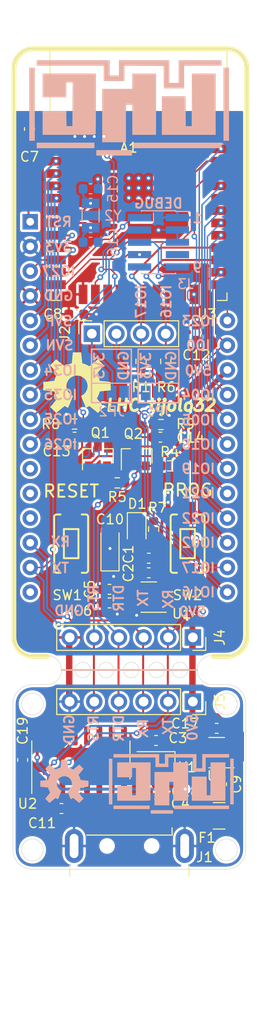
<source format=kicad_pcb>
(kicad_pcb (version 20171130) (host pcbnew 5.1.10-88a1d61d58~90~ubuntu20.04.1)
  (title_block (date 2020-09-12))
  (layers (0 F.Cu signal) (31 B.Cu signal) (34 B.Paste user) (35 F.Paste user) (36 B.SilkS user) (37 F.SilkS user) (38 B.Mask user) (39 F.Mask user) (44 Edge.Cuts user))
  (net 0 "")
  (net 1 GND)
  (net 2 5V)
  (net 3 +3V3)
  (net 4 ESP_RST)
  (net 5 IO13-MTCK)
  (net 6 IO12-MTDI)
  (net 7 IO14-MTMS)
  (net 8 IO27)
  (net 9 IO26)
  (net 10 IO25)
  (net 11 IO35)
  (net 12 IO34)
  (net 13 IO33-32kXN)
  (net 14 IO32-32kXP)
  (net 15 SVN)
  (net 16 SVP)
  (net 17 IO21)
  (net 18 ESP_TX)
  (net 19 ESP_RX)
  (net 20 IO22)
  (net 21 IO19)
  (net 22 IO23)
  (net 23 IO18)
  (net 24 IO5)
  (net 25 IO15-MTDO)
  (net 26 IO2)
  (net 27 ESP_BOOT)
  (net 28 IO4)
  (net 29 "Net-(C11-Pad1)")
  (net 30 "Net-(D1-Pad2)")
  (net 31 "Net-(F1-Pad2)")
  (net 32 OLED_P1)
  (net 33 OLED_P2)
  (net 34 SCL)
  (net 35 SDA)
  (net 36 "Net-(J3-Pad7)")
  (net 37 JTAG_RST)
  (net 38 "Net-(Q1-Pad1)")
  (net 39 RTS)
  (net 40 DTR)
  (net 41 "Net-(Q2-Pad1)")
  (net 42 D-)
  (net 43 D+)
  (net 44 XI)
  (net 45 XO)
  (net 46 "Net-(U2-Pad9)")
  (net 47 "Net-(U2-Pad10)")
  (net 48 "Net-(U2-Pad11)")
  (net 49 "Net-(U2-Pad12)")
  (net 50 "Net-(U2-Pad15)")
  (net 51 SHD)
  (net 52 SWP)
  (net 53 SCS)
  (net 54 SCK)
  (net 55 SDO)
  (net 56 SDI)
  (net 57 "Net-(U3-Pad32)")
  (net 58 "Net-(U1-Pad4)")
  (net 59 "Net-(C18-Pad1)")
  (net 60 "Net-(U4-Pad4)")
  (net 61 "Net-(A1-Pad13)")
  (net 62 "Net-(A1-Pad16)")
  (net 63 "Net-(A1-Pad11)")
  (net 64 "Net-(A1-Pad12)")
  (module Connector_PinSocket_2.54mm:PinSocket_1x06_P2.54mm_Vertical (layer F.Cu) (at 120.142 88.138 270)
    (fp_text reference J4 (at 0 -2.77 90) (layer F.SilkS))
    (fp_text value Conn_01x06)
    (pad 6 thru_hole oval (at 0 12.7 270) (size 1.7 1.7) (drill 1) (layers *.Cu *.Mask) (net 1 GND))
    (pad 5 thru_hole oval (at 0 10.16 270) (size 1.7 1.7) (drill 1) (layers *.Cu *.Mask) (net 39 RTS))
    (pad 4 thru_hole oval (at 0 7.62 270) (size 1.7 1.7) (drill 1) (layers *.Cu *.Mask) (net 40 DTR))
    (pad 3 thru_hole oval (at 0 5.08 270) (size 1.7 1.7) (drill 1) (layers *.Cu *.Mask) (net 18 ESP_TX))
    (pad 2 thru_hole oval (at 0 2.54 270) (size 1.7 1.7) (drill 1) (layers *.Cu *.Mask) (net 19 ESP_RX))
    (pad 1 thru_hole rect (at 0 0 270) (size 1.7 1.7) (drill 1) (layers *.Cu *.Mask) (net 2 5V))
  )
  (module Connector_PinSocket_2.54mm:PinSocket_1x06_P2.54mm_Vertical (layer F.Cu) (at 120.142 94.742 270)
    (fp_text reference J5 (at 0 -2.77 90) (layer F.SilkS))
    (fp_text value Conn_01x06)
    (pad 6 thru_hole oval (at 0 12.7 270) (size 1.7 1.7) (drill 1) (layers *.Cu *.Mask) (net 1 GND))
    (pad 5 thru_hole oval (at 0 10.16 270) (size 1.7 1.7) (drill 1) (layers *.Cu *.Mask) (net 39 RTS))
    (pad 4 thru_hole oval (at 0 7.62 270) (size 1.7 1.7) (drill 1) (layers *.Cu *.Mask) (net 40 DTR))
    (pad 3 thru_hole oval (at 0 5.08 270) (size 1.7 1.7) (drill 1) (layers *.Cu *.Mask) (net 18 ESP_TX))
    (pad 2 thru_hole oval (at 0 2.54 270) (size 1.7 1.7) (drill 1) (layers *.Cu *.Mask) (net 19 ESP_RX))
    (pad 1 thru_hole rect (at 0 0 270) (size 1.7 1.7) (drill 1) (layers *.Cu *.Mask) (net 2 5V))
  )
  (module Connector_PinSocket_2.54mm:PinSocket_1x04_P2.54mm_Vertical (layer F.Cu) (at 109.728 56.896 90)
    (fp_text reference J2 (at 0 -2.77 90) (layer F.SilkS))
    (fp_text value Conn_01x04)
    (pad 4 thru_hole oval (at 0 7.62 90) (size 1.7 1.7) (drill 1) (layers *.Cu *.Mask) (net 35 SDA))
    (pad 3 thru_hole oval (at 0 5.08 90) (size 1.7 1.7) (drill 1) (layers *.Cu *.Mask) (net 34 SCL))
    (pad 2 thru_hole oval (at 0 2.54 90) (size 1.7 1.7) (drill 1) (layers *.Cu *.Mask) (net 33 OLED_P2))
    (pad 1 thru_hole rect (at 0 0 90) (size 1.7 1.7) (drill 1) (layers *.Cu *.Mask) (net 32 OLED_P1))
  )
  (module Module:Adafruit_Feather (layer F.Cu) (at 103.38 45.38)
    (fp_text reference A1 (at 10.16 -7.62) (layer F.SilkS))
    (fp_text value Adafruit_Feather_Generic)
    (pad 17 thru_hole circle (at 20.32 38.1 180) (size 1.6 1.6) (drill 0.8) (layers *.Cu *.Mask) (net 35 SDA))
    (pad 18 thru_hole circle (at 20.32 35.56 180) (size 1.6 1.6) (drill 0.8) (layers *.Cu *.Mask) (net 34 SCL))
    (pad 19 thru_hole circle (at 20.32 33.02 180) (size 1.6 1.6) (drill 0.8) (layers *.Cu *.Mask) (net 26 IO2))
    (pad 20 thru_hole circle (at 20.32 30.48 180) (size 1.6 1.6) (drill 0.8) (layers *.Cu *.Mask) (net 20 IO22))
    (pad 21 thru_hole circle (at 20.32 27.94 180) (size 1.6 1.6) (drill 0.8) (layers *.Cu *.Mask) (net 17 IO21))
    (pad 22 thru_hole circle (at 20.32 25.4 180) (size 1.6 1.6) (drill 0.8) (layers *.Cu *.Mask) (net 21 IO19))
    (pad 23 thru_hole circle (at 20.32 22.86 180) (size 1.6 1.6) (drill 0.8) (layers *.Cu *.Mask) (net 23 IO18))
    (pad 24 thru_hole circle (at 20.32 20.32 180) (size 1.6 1.6) (drill 0.8) (layers *.Cu *.Mask) (net 24 IO5))
    (pad 25 thru_hole circle (at 20.32 17.78 180) (size 1.6 1.6) (drill 0.8) (layers *.Cu *.Mask) (net 28 IO4))
    (pad 26 thru_hole circle (at 20.32 15.24 180) (size 1.6 1.6) (drill 0.8) (layers *.Cu *.Mask) (net 2 5V))
    (pad 27 thru_hole circle (at 20.32 12.7 180) (size 1.6 1.6) (drill 0.8) (layers *.Cu *.Mask) (net 27 ESP_BOOT))
    (pad 28 thru_hole circle (at 20.32 10.16 180) (size 1.6 1.6) (drill 0.8) (layers *.Cu *.Mask) (net 22 IO23))
    (pad 1 thru_hole rect (at 0 0 180) (size 1.6 1.6) (drill 0.8) (layers *.Cu *.Mask) (net 4 ESP_RST))
    (pad 2 thru_hole circle (at 0 2.54 180) (size 1.6 1.6) (drill 0.8) (layers *.Cu *.Mask) (net 3 +3V3))
    (pad 3 thru_hole circle (at 0 5.08 180) (size 1.6 1.6) (drill 0.8) (layers *.Cu *.Mask) (net 8 IO27))
    (pad 4 thru_hole circle (at 0 7.62 180) (size 1.6 1.6) (drill 0.8) (layers *.Cu *.Mask) (net 1 GND))
    (pad 5 thru_hole circle (at 0 10.16 180) (size 1.6 1.6) (drill 0.8) (layers *.Cu *.Mask) (net 16 SVP))
    (pad 6 thru_hole circle (at 0 12.7 180) (size 1.6 1.6) (drill 0.8) (layers *.Cu *.Mask) (net 15 SVN))
    (pad 7 thru_hole circle (at 0 15.24 180) (size 1.6 1.6) (drill 0.8) (layers *.Cu *.Mask) (net 12 IO34))
    (pad 8 thru_hole circle (at 0 17.78 180) (size 1.6 1.6) (drill 0.8) (layers *.Cu *.Mask) (net 11 IO35))
    (pad 9 thru_hole circle (at 0 20.32 180) (size 1.6 1.6) (drill 0.8) (layers *.Cu *.Mask) (net 10 IO25))
    (pad 10 thru_hole circle (at 0 22.86 180) (size 1.6 1.6) (drill 0.8) (layers *.Cu *.Mask) (net 9 IO26))
    (pad 11 thru_hole circle (at 0 25.4 180) (size 1.6 1.6) (drill 0.8) (layers *.Cu *.Mask) (net 63 "Net-(A1-Pad11)"))
    (pad 12 thru_hole circle (at 0 27.94 180) (size 1.6 1.6) (drill 0.8) (layers *.Cu *.Mask) (net 64 "Net-(A1-Pad12)"))
    (pad 13 thru_hole circle (at 0 30.48 180) (size 1.6 1.6) (drill 0.8) (layers *.Cu *.Mask) (net 61 "Net-(A1-Pad13)"))
    (pad 14 thru_hole circle (at 0 33.02 180) (size 1.6 1.6) (drill 0.8) (layers *.Cu *.Mask) (net 19 ESP_RX))
    (pad 15 thru_hole circle (at 0 35.56 180) (size 1.6 1.6) (drill 0.8) (layers *.Cu *.Mask) (net 18 ESP_TX))
    (pad 16 thru_hole circle (at 0 38.1 180) (size 1.6 1.6) (drill 0.8) (layers *.Cu *.Mask) (net 62 "Net-(A1-Pad16)"))
  )
  (module Aesthetics:OSHW-LOGO-M (layer B.Cu) (at 106.9 103.19 180)
    (fp_text reference "" (at 0 0) (layer F.SilkS) (effects (font (size 1.524 1.524))))
    (fp_text value "" (at 0 0) (layer B.SilkS) (effects (font (size 1.524 1.524)) (justify mirror)))
  )
  (module lhc_logos:lhc_logo_alt_small (layer B.Cu) (at 118 103.09 180)
    (fp_text reference G*** hide)
    (fp_text value LOGO hide)
  )
  (module Aesthetics:OSHW-LOGO-L (layer F.Cu) (at 108.204 62.29)
    (fp_text reference "" (at 0 0) (layer F.SilkS) (effects (font (size 1.524 1.524))))
    (fp_text value "" (at 0 0) (layer F.SilkS) (effects (font (size 1.524 1.524))))
  )
  (module Resistor_SMD:R_0603_1608Metric (layer F.Cu) (at 117.35 59.74 90)
    (fp_text reference R6 (at -2.65 0.05 180) (layer F.SilkS))
    (fp_text value 10kR)
    (pad 2 smd roundrect (at 0.825 0 90) (size 0.8 0.95) (layers F.Cu F.Paste F.Mask) (net 35 SDA))
    (pad 1 smd roundrect (at -0.825 0 90) (size 0.8 0.95) (layers F.Cu F.Paste F.Mask) (net 3 +3V3))
  )
  (module lhc_logos:lhc_logo_alt_xlarge (layer B.Cu) (at 113.7 33.49 180)
    (fp_text reference G*** hide)
    (fp_text value LOGO hide)
  )
  (module Jumper:SolderJumper-3_P1.3mm_Open_Pad1.0x1.5mm_NumberLabels (layer B.Cu) (at 111.76 62.992)
    (fp_text reference JP2 (at 0 1.898) (layer B.SilkS) (effects (justify mirror)))
    (fp_text value P1)
    (pad 1 smd rect (at -1.3 0) (size 1 1.5) (layers B.Cu B.Mask) (net 3 +3V3))
    (pad 2 smd rect (at 0 0) (size 1 1.5) (layers B.Cu B.Mask) (net 32 OLED_P1))
    (pad 3 smd rect (at 1.3 0) (size 1 1.5) (layers B.Cu B.Mask) (net 1 GND))
  )
  (module Jumper:SolderJumper-3_P1.3mm_Open_Pad1.0x1.5mm_NumberLabels (layer B.Cu) (at 116.586 62.992 180)
    (fp_text reference JP1 (at 0 -1.898) (layer B.SilkS) (effects (justify mirror)))
    (fp_text value P2)
    (pad 1 smd rect (at -1.3 0 180) (size 1 1.5) (layers B.Cu B.Mask) (net 1 GND))
    (pad 2 smd rect (at 0 0 180) (size 1 1.5) (layers B.Cu B.Mask) (net 33 OLED_P2))
    (pad 3 smd rect (at 1.3 0 180) (size 1 1.5) (layers B.Cu B.Mask) (net 3 +3V3))
  )
  (module Capacitor_SMD:C_0603_1608Metric (layer F.Cu) (at 108.125 54.89 180)
    (fp_text reference C8 (at 2.425 0 180) (layer F.SilkS))
    (fp_text value 100nF)
    (pad 2 smd roundrect (at 0.775 0 180) (size 0.9 0.95) (layers F.Cu F.Paste F.Mask) (net 1 GND))
    (pad 1 smd roundrect (at -0.775 0 180) (size 0.9 0.95) (layers F.Cu F.Paste F.Mask) (net 3 +3V3))
  )
  (module Switches:TACTILE_SWITCH_SMD_6.0X3.5MM (layer F.Cu) (at 119.6 78.49 270)
    (fp_text reference SW2 (at 5.3 0 180) (layer F.SilkS))
    (fp_text value SW_Push hide)
    (pad 2 smd rect (at 3.1496 0 90) (size 2.2987 1.59766) (layers F.Cu F.Paste F.Mask) (net 1 GND))
    (pad 1 smd rect (at -3.1496 0 90) (size 2.2987 1.59766) (layers F.Cu F.Paste F.Mask) (net 27 ESP_BOOT))
  )
  (module Switches:TACTILE_SWITCH_SMD_6.0X3.5MM (layer F.Cu) (at 107.6 78.49 270)
    (fp_text reference SW1 (at 5.3 0.4) (layer F.SilkS))
    (fp_text value SW_Push hide)
    (pad 2 smd rect (at 3.1496 0 90) (size 2.2987 1.59766) (layers F.Cu F.Paste F.Mask) (net 1 GND))
    (pad 1 smd rect (at -3.1496 0 90) (size 2.2987 1.59766) (layers F.Cu F.Paste F.Mask) (net 4 ESP_RST))
  )
  (module Resistor_SMD:R_0603_1608Metric (layer F.Cu) (at 116.85 66.24)
    (fp_text reference R9 (at 2.55 -0.05) (layer F.SilkS))
    (fp_text value 10kR)
    (pad 2 smd roundrect (at 0.825 0) (size 0.8 0.95) (layers F.Cu F.Paste F.Mask) (net 3 +3V3))
    (pad 1 smd roundrect (at -0.825 0) (size 0.8 0.95) (layers F.Cu F.Paste F.Mask) (net 27 ESP_BOOT))
  )
  (module Resistor_SMD:R_0603_1608Metric (layer F.Cu) (at 112.35 72.24)
    (fp_text reference R5 (at 0 1.45) (layer F.SilkS))
    (fp_text value 10kR)
    (pad 2 smd roundrect (at 0.825 0) (size 0.8 0.95) (layers F.Cu F.Paste F.Mask) (net 41 "Net-(Q2-Pad1)"))
    (pad 1 smd roundrect (at -0.825 0) (size 0.8 0.95) (layers F.Cu F.Paste F.Mask) (net 39 RTS))
  )
  (module Capacitor_SMD:C_0603_1608Metric (layer F.Cu) (at 123.1 103.24 270)
    (fp_text reference C9 (at 0 -1.5 90) (layer F.SilkS))
    (fp_text value 1uF)
    (pad 2 smd roundrect (at 0.775 0 270) (size 0.9 0.95) (layers F.Cu F.Paste F.Mask) (net 1 GND))
    (pad 1 smd roundrect (at -0.775 0 270) (size 0.9 0.95) (layers F.Cu F.Paste F.Mask) (net 2 5V))
  )
  (module Package_SO:SOIC-16_3.9x9.9mm_P1.27mm (layer F.Cu) (at 108.6 100.74 90)
    (fp_text reference U2 (at -4.5 -5.5 180) (layer F.SilkS))
    (fp_text value CH340G)
    (pad 1 smd roundrect (at -2.475 -4.445 90) (size 1.95 0.6) (layers F.Cu F.Paste F.Mask) (net 1 GND))
    (pad 2 smd roundrect (at -2.475 -3.175 90) (size 1.95 0.6) (layers F.Cu F.Paste F.Mask) (net 19 ESP_RX))
    (pad 3 smd roundrect (at -2.475 -1.905 90) (size 1.95 0.6) (layers F.Cu F.Paste F.Mask) (net 18 ESP_TX))
    (pad 4 smd roundrect (at -2.475 -0.635 90) (size 1.95 0.6) (layers F.Cu F.Paste F.Mask) (net 29 "Net-(C11-Pad1)"))
    (pad 5 smd roundrect (at -2.475 0.635 90) (size 1.95 0.6) (layers F.Cu F.Paste F.Mask) (net 43 D+))
    (pad 6 smd roundrect (at -2.475 1.905 90) (size 1.95 0.6) (layers F.Cu F.Paste F.Mask) (net 42 D-))
    (pad 7 smd roundrect (at -2.475 3.175 90) (size 1.95 0.6) (layers F.Cu F.Paste F.Mask) (net 44 XI))
    (pad 8 smd roundrect (at -2.475 4.445 90) (size 1.95 0.6) (layers F.Cu F.Paste F.Mask) (net 45 XO))
    (pad 9 smd roundrect (at 2.475 4.445 90) (size 1.95 0.6) (layers F.Cu F.Paste F.Mask) (net 46 "Net-(U2-Pad9)"))
    (pad 10 smd roundrect (at 2.475 3.175 90) (size 1.95 0.6) (layers F.Cu F.Paste F.Mask) (net 47 "Net-(U2-Pad10)"))
    (pad 11 smd roundrect (at 2.475 1.905 90) (size 1.95 0.6) (layers F.Cu F.Paste F.Mask) (net 48 "Net-(U2-Pad11)"))
    (pad 12 smd roundrect (at 2.475 0.635 90) (size 1.95 0.6) (layers F.Cu F.Paste F.Mask) (net 49 "Net-(U2-Pad12)"))
    (pad 13 smd roundrect (at 2.475 -0.635 90) (size 1.95 0.6) (layers F.Cu F.Paste F.Mask) (net 40 DTR))
    (pad 14 smd roundrect (at 2.475 -1.905 90) (size 1.95 0.6) (layers F.Cu F.Paste F.Mask) (net 39 RTS))
    (pad 15 smd roundrect (at 2.475 -3.175 90) (size 1.95 0.6) (layers F.Cu F.Paste F.Mask) (net 50 "Net-(U2-Pad15)"))
    (pad 16 smd roundrect (at 2.475 -4.445 90) (size 1.95 0.6) (layers F.Cu F.Paste F.Mask) (net 59 "Net-(C18-Pad1)"))
  )
  (module Capacitor_SMD:C_0603_1608Metric (layer F.Cu) (at 116.35 98.74 180)
    (fp_text reference C3 (at -2.25 0.25) (layer F.SilkS))
    (fp_text value ?pF)
    (pad 2 smd roundrect (at 0.775 0 180) (size 0.9 0.95) (layers F.Cu F.Paste F.Mask) (net 1 GND))
    (pad 1 smd roundrect (at -0.775 0 180) (size 0.9 0.95) (layers F.Cu F.Paste F.Mask) (net 44 XI))
  )
  (module Package_TO_SOT_SMD:SOT-23-5 (layer F.Cu) (at 122.6 99.99 180)
    (fp_text reference U4 (at 0 -2.4) (layer F.SilkS))
    (fp_text value AP2112K-3.3)
    (pad 5 smd roundrect (at 1.1375 -0.95 180) (size 1.325 0.6) (layers F.Cu F.Paste F.Mask) (net 59 "Net-(C18-Pad1)"))
    (pad 4 smd roundrect (at 1.1375 0.95 180) (size 1.325 0.6) (layers F.Cu F.Paste F.Mask) (net 60 "Net-(U4-Pad4)"))
    (pad 3 smd roundrect (at -1.1375 0.95 180) (size 1.325 0.6) (layers F.Cu F.Paste F.Mask) (net 2 5V))
    (pad 2 smd roundrect (at -1.1375 0 180) (size 1.325 0.6) (layers F.Cu F.Paste F.Mask) (net 1 GND))
    (pad 1 smd roundrect (at -1.1375 -0.95 180) (size 1.325 0.6) (layers F.Cu F.Paste F.Mask) (net 2 5V))
  )
  (module Capacitor_SMD:C_0603_1608Metric (layer F.Cu) (at 102.6 100.74 270)
    (fp_text reference C19 (at -3 0 90) (layer F.SilkS))
    (fp_text value 100nF)
    (pad 2 smd roundrect (at 0.775 0 270) (size 0.9 0.95) (layers F.Cu F.Paste F.Mask) (net 1 GND))
    (pad 1 smd roundrect (at -0.775 0 270) (size 0.9 0.95) (layers F.Cu F.Paste F.Mask) (net 59 "Net-(C18-Pad1)"))
  )
  (module Capacitor_SMD:C_0603_1608Metric (layer F.Cu) (at 121.6 103.24 270)
    (fp_text reference C18 (at 0.75 2.25 180) (layer F.SilkS))
    (fp_text value 1uF)
    (pad 2 smd roundrect (at 0.775 0 270) (size 0.9 0.95) (layers F.Cu F.Paste F.Mask) (net 1 GND))
    (pad 1 smd roundrect (at -0.775 0 270) (size 0.9 0.95) (layers F.Cu F.Paste F.Mask) (net 59 "Net-(C18-Pad1)"))
  )
  (module Capacitor_SMD:C_0603_1608Metric (layer F.Cu) (at 122.6 97.49 180)
    (fp_text reference C17 (at 3.25 0.5) (layer F.SilkS))
    (fp_text value 100nF)
    (pad 1 smd roundrect (at -0.775 0 180) (size 0.9 0.95) (layers F.Cu F.Paste F.Mask) (net 2 5V))
    (pad 2 smd roundrect (at 0.775 0 180) (size 0.9 0.95) (layers F.Cu F.Paste F.Mask) (net 1 GND))
  )
  (module Connector_USB:USB_A_CNCTech_1001-011-01101_Horizontal (layer F.Cu) (at 113.6 116.49 270)
    (fp_text reference J1 (at -5.75 -7.75 180) (layer F.SilkS))
    (fp_text value USB_A)
    (pad "" np_thru_hole circle (at -6.9 2.3 270) (size 1.1 1.1) (drill 1.1) (layers *.Cu *.Mask))
    (pad "" np_thru_hole circle (at -6.9 -2.3 270) (size 1.1 1.1) (drill 1.1) (layers *.Cu *.Mask))
    (pad 5 thru_hole oval (at -6.9 5.7 270) (size 3.5 1.9) (drill oval 2.5 0.9) (layers *.Cu *.Mask) (net 1 GND))
    (pad 5 thru_hole oval (at -6.9 -5.7 270) (size 3.5 1.9) (drill oval 2.5 0.9) (layers *.Cu *.Mask) (net 1 GND))
    (pad 4 smd rect (at -9.65 3.5 270) (size 2.5 1.1) (layers F.Cu F.Paste F.Mask) (net 1 GND))
    (pad 1 smd rect (at -9.65 -3.5 270) (size 2.5 1.1) (layers F.Cu F.Paste F.Mask) (net 31 "Net-(F1-Pad2)"))
    (pad 3 smd rect (at -9.65 1 270) (size 2.5 1.1) (layers F.Cu F.Paste F.Mask) (net 43 D+))
    (pad 2 smd rect (at -9.65 -1 270) (size 2.5 1.1) (layers F.Cu F.Paste F.Mask) (net 42 D-))
  )
  (module Crystal:Crystal_SMD_3215-2Pin_3.2x1.5mm (layer B.Cu) (at 109.6 44.74 90)
    (fp_text reference Y2 (at 0 2.3) (layer B.SilkS) (effects (justify mirror)))
    (fp_text value "32k 20ppm")
    (pad 2 smd rect (at -1.25 0 90) (size 1 1.8) (layers B.Cu B.Paste B.Mask) (net 13 IO33-32kXN))
    (pad 1 smd rect (at 1.25 0 90) (size 1 1.8) (layers B.Cu B.Paste B.Mask) (net 14 IO32-32kXP))
  )
  (module Package_TO_SOT_SMD:SOT-23-5 (layer F.Cu) (at 115.6 83.99 180)
    (fp_text reference U1 (at -3.4 -1.7) (layer F.SilkS))
    (fp_text value AP2112K-3.3)
    (pad 5 smd roundrect (at 1.1375 -0.95 180) (size 1.325 0.6) (layers F.Cu F.Paste F.Mask) (net 3 +3V3))
    (pad 4 smd roundrect (at 1.1375 0.95 180) (size 1.325 0.6) (layers F.Cu F.Paste F.Mask) (net 58 "Net-(U1-Pad4)"))
    (pad 3 smd roundrect (at -1.1375 0.95 180) (size 1.325 0.6) (layers F.Cu F.Paste F.Mask) (net 2 5V))
    (pad 2 smd roundrect (at -1.1375 0 180) (size 1.325 0.6) (layers F.Cu F.Paste F.Mask) (net 1 GND))
    (pad 1 smd roundrect (at -1.1375 -0.95 180) (size 1.325 0.6) (layers F.Cu F.Paste F.Mask) (net 2 5V))
  )
  (module Resistor_SMD:R_0603_1608Metric (layer F.Cu) (at 107.95 66.19 180)
    (fp_text reference R8 (at 2.45 0) (layer F.SilkS))
    (fp_text value 10kR)
    (pad 2 smd roundrect (at 0.825 0 180) (size 0.8 0.95) (layers F.Cu F.Paste F.Mask) (net 3 +3V3))
    (pad 1 smd roundrect (at -0.825 0 180) (size 0.8 0.95) (layers F.Cu F.Paste F.Mask) (net 4 ESP_RST))
  )
  (module Resistor_SMD:R_0603_1608Metric (layer F.Cu) (at 116.1 76.99 270)
    (fp_text reference R7 (at -2.2 -0.4 180) (layer F.SilkS))
    (fp_text value 1kR)
    (pad 2 smd roundrect (at 0.825 0 270) (size 0.8 0.95) (layers F.Cu F.Paste F.Mask) (net 30 "Net-(D1-Pad2)"))
    (pad 1 smd roundrect (at -0.825 0 270) (size 0.8 0.95) (layers F.Cu F.Paste F.Mask) (net 3 +3V3))
  )
  (module Resistor_SMD:R_0603_1608Metric (layer F.Cu) (at 117.75 70.49)
    (fp_text reference R4 (at 0 -1.43) (layer F.SilkS))
    (fp_text value 10kR)
    (pad 2 smd roundrect (at 0.825 0) (size 0.8 0.95) (layers F.Cu F.Paste F.Mask) (net 38 "Net-(Q1-Pad1)"))
    (pad 1 smd roundrect (at -0.825 0) (size 0.8 0.95) (layers F.Cu F.Paste F.Mask) (net 40 DTR))
  )
  (module Resistor_SMD:R_0603_1608Metric (layer F.Cu) (at 114.8 59.74 90)
    (fp_text reference R1 (at -2.65 0 180) (layer F.SilkS))
    (fp_text value 10kR)
    (pad 2 smd roundrect (at 0.825 0 90) (size 0.8 0.95) (layers F.Cu F.Paste F.Mask) (net 34 SCL))
    (pad 1 smd roundrect (at -0.825 0 90) (size 0.8 0.95) (layers F.Cu F.Paste F.Mask) (net 3 +3V3))
  )
  (module Package_TO_SOT_SMD:SOT-23 (layer F.Cu) (at 114.35 69.49 90)
    (fp_text reference Q2 (at 2.3 -0.35 180) (layer F.SilkS))
    (fp_text value MMBT3904)
    (pad 3 smd rect (at 1 0 90) (size 0.9 0.8) (layers F.Cu F.Paste F.Mask) (net 27 ESP_BOOT))
    (pad 2 smd rect (at -1 0.95 90) (size 0.9 0.8) (layers F.Cu F.Paste F.Mask) (net 40 DTR))
    (pad 1 smd rect (at -1 -0.95 90) (size 0.9 0.8) (layers F.Cu F.Paste F.Mask) (net 41 "Net-(Q2-Pad1)"))
  )
  (module Package_TO_SOT_SMD:SOT-23 (layer F.Cu) (at 110.35 69.49 90)
    (fp_text reference Q1 (at 2.4 0.25 180) (layer F.SilkS))
    (fp_text value MMBT3904)
    (pad 3 smd rect (at 1 0 90) (size 0.9 0.8) (layers F.Cu F.Paste F.Mask) (net 4 ESP_RST))
    (pad 2 smd rect (at -1 0.95 90) (size 0.9 0.8) (layers F.Cu F.Paste F.Mask) (net 39 RTS))
    (pad 1 smd rect (at -1 -0.95 90) (size 0.9 0.8) (layers F.Cu F.Paste F.Mask) (net 38 "Net-(Q1-Pad1)"))
  )
  (module Connector_PinHeader_1.27mm:PinHeader_2x05_P1.27mm_Vertical_SMD (layer B.Cu) (at 116.6 47.49 180)
    (fp_text reference J3 (at -2.8 -4.3) (layer B.SilkS) (effects (justify mirror)))
    (fp_text value "JTAG 10pin Connector")
    (pad 10 smd rect (at 1.95 -2.54 180) (size 2.4 0.74) (layers B.Cu B.Paste B.Mask) (net 37 JTAG_RST))
    (pad 9 smd rect (at -1.95 -2.54 180) (size 2.4 0.74) (layers B.Cu B.Paste B.Mask) (net 1 GND))
    (pad 8 smd rect (at 1.95 -1.27 180) (size 2.4 0.74) (layers B.Cu B.Paste B.Mask) (net 6 IO12-MTDI))
    (pad 7 smd rect (at -1.95 -1.27 180) (size 2.4 0.74) (layers B.Cu B.Paste B.Mask) (net 36 "Net-(J3-Pad7)"))
    (pad 6 smd rect (at 1.95 0 180) (size 2.4 0.74) (layers B.Cu B.Paste B.Mask) (net 25 IO15-MTDO))
    (pad 5 smd rect (at -1.95 0 180) (size 2.4 0.74) (layers B.Cu B.Paste B.Mask) (net 1 GND))
    (pad 4 smd rect (at 1.95 1.27 180) (size 2.4 0.74) (layers B.Cu B.Paste B.Mask) (net 5 IO13-MTCK))
    (pad 3 smd rect (at -1.95 1.27 180) (size 2.4 0.74) (layers B.Cu B.Paste B.Mask) (net 1 GND))
    (pad 2 smd rect (at 1.95 2.54 180) (size 2.4 0.74) (layers B.Cu B.Paste B.Mask) (net 7 IO14-MTMS))
    (pad 1 smd rect (at -1.95 2.54 180) (size 2.4 0.74) (layers B.Cu B.Paste B.Mask) (net 3 +3V3))
  )
  (module LED_SMD:LED_0805_2012Metric (layer F.Cu) (at 114.35 76.99 270)
    (fp_text reference D1 (at -2.6 -0.05 180) (layer F.SilkS))
    (fp_text value LED)
    (pad 2 smd roundrect (at 0.9375 0 270) (size 0.975 1.4) (layers F.Cu F.Paste F.Mask) (net 30 "Net-(D1-Pad2)"))
    (pad 1 smd roundrect (at -0.9375 0 270) (size 0.975 1.4) (layers F.Cu F.Paste F.Mask) (net 1 GND))
  )
  (module Capacitor_SMD:C_0603_1608Metric (layer B.Cu) (at 109.6 47.49)
    (fp_text reference C16 (at 2.3 0 90) (layer B.SilkS) (effects (justify mirror)))
    (fp_text value ?pF)
    (pad 2 smd roundrect (at 0.775 0) (size 0.9 0.95) (layers B.Cu B.Paste B.Mask) (net 1 GND))
    (pad 1 smd roundrect (at -0.775 0) (size 0.9 0.95) (layers B.Cu B.Paste B.Mask) (net 13 IO33-32kXN))
  )
  (module Capacitor_SMD:C_0603_1608Metric (layer B.Cu) (at 109.6 41.99)
    (fp_text reference C15 (at 2.3 0 90) (layer B.SilkS) (effects (justify mirror)))
    (fp_text value ?pF)
    (pad 2 smd roundrect (at 0.775 0) (size 0.9 0.95) (layers B.Cu B.Paste B.Mask) (net 1 GND))
    (pad 1 smd roundrect (at -0.775 0) (size 0.9 0.95) (layers B.Cu B.Paste B.Mask) (net 14 IO32-32kXP))
  )
  (module Capacitor_SMD:C_0603_1608Metric (layer F.Cu) (at 116.8 67.54)
    (fp_text reference C14 (at 3.1 0.05) (layer F.SilkS))
    (fp_text value 100nF)
    (pad 2 smd roundrect (at 0.775 0) (size 0.9 0.95) (layers F.Cu F.Paste F.Mask) (net 1 GND))
    (pad 1 smd roundrect (at -0.775 0) (size 0.9 0.95) (layers F.Cu F.Paste F.Mask) (net 27 ESP_BOOT))
  )
  (module Capacitor_SMD:C_0603_1608Metric (layer F.Cu) (at 107.95 67.54 180)
    (fp_text reference C13 (at 1.85 -1.45) (layer F.SilkS))
    (fp_text value 100nF)
    (pad 2 smd roundrect (at 0.775 0 180) (size 0.9 0.95) (layers F.Cu F.Paste F.Mask) (net 1 GND))
    (pad 1 smd roundrect (at -0.775 0 180) (size 0.9 0.95) (layers F.Cu F.Paste F.Mask) (net 4 ESP_RST))
  )
  (module Capacitor_SMD:C_0603_1608Metric (layer F.Cu) (at 120.5 56.79 270)
    (fp_text reference C12 (at 2.3 0 180) (layer F.SilkS))
    (fp_text value 100nF)
    (pad 2 smd roundrect (at 0.775 0 270) (size 0.9 0.95) (layers F.Cu F.Paste F.Mask) (net 1 GND))
    (pad 1 smd roundrect (at -0.775 0 270) (size 0.9 0.95) (layers F.Cu F.Paste F.Mask) (net 3 +3V3))
  )
  (module Capacitor_SMD:C_0603_1608Metric (layer F.Cu) (at 106.6 105.74 180)
    (fp_text reference C11 (at 2 -1.5) (layer F.SilkS))
    (fp_text value 10nF)
    (pad 2 smd roundrect (at 0.775 0 180) (size 0.9 0.95) (layers F.Cu F.Paste F.Mask) (net 1 GND))
    (pad 1 smd roundrect (at -0.775 0 180) (size 0.9 0.95) (layers F.Cu F.Paste F.Mask) (net 29 "Net-(C11-Pad1)"))
  )
  (module Capacitor_Tantalum_SMD:CP_EIA-3216-12_Kemet-S (layer F.Cu) (at 111.6 78.99 90)
    (fp_text reference C10 (at 3 0 180) (layer F.SilkS))
    (fp_text value 10uF)
    (pad 2 smd roundrect (at 1.35 0 90) (size 1.4 1.35) (layers F.Cu F.Paste F.Mask) (roundrect_rratio 0.1851844444444445) (net 1 GND))
    (pad 1 smd roundrect (at -1.35 0 90) (size 1.4 1.35) (layers F.Cu F.Paste F.Mask) (roundrect_rratio 0.1851844444444445) (net 3 +3V3))
  )
  (module Capacitor_SMD:C_0603_1608Metric (layer F.Cu) (at 103.3 35.84 90)
    (fp_text reference C7 (at -2.85 0 180) (layer F.SilkS))
    (fp_text value 100nF)
    (pad 2 smd roundrect (at 0.775 0 90) (size 0.9 0.95) (layers F.Cu F.Paste F.Mask) (net 1 GND))
    (pad 1 smd roundrect (at -0.775 0 90) (size 0.9 0.95) (layers F.Cu F.Paste F.Mask) (net 3 +3V3))
  )
  (module Capacitor_SMD:C_0603_1608Metric (layer F.Cu) (at 111.55 84.59 180)
    (fp_text reference C6 (at 2.75 -0.8 180) (layer F.SilkS))
    (fp_text value 100nF)
    (pad 2 smd roundrect (at 0.775 0 180) (size 0.9 0.95) (layers F.Cu F.Paste F.Mask) (net 1 GND))
    (pad 1 smd roundrect (at -0.775 0 180) (size 0.9 0.95) (layers F.Cu F.Paste F.Mask) (net 3 +3V3))
  )
  (module Capacitor_SMD:C_0603_1608Metric (layer F.Cu) (at 111.55 83.19 180)
    (fp_text reference C5 (at 2.05 0 90) (layer F.SilkS))
    (fp_text value 1uF)
    (pad 2 smd roundrect (at 0.775 0 180) (size 0.9 0.95) (layers F.Cu F.Paste F.Mask) (net 1 GND))
    (pad 1 smd roundrect (at -0.775 0 180) (size 0.9 0.95) (layers F.Cu F.Paste F.Mask) (net 3 +3V3))
  )
  (module Capacitor_SMD:C_0603_1608Metric (layer F.Cu) (at 116.35 104.24 180)
    (fp_text reference C4 (at -2.5 -1) (layer F.SilkS))
    (fp_text value ?pF)
    (pad 2 smd roundrect (at 0.775 0 180) (size 0.9 0.95) (layers F.Cu F.Paste F.Mask) (net 45 XO))
    (pad 1 smd roundrect (at -0.775 0 180) (size 0.9 0.95) (layers F.Cu F.Paste F.Mask) (net 1 GND))
  )
  (module Capacitor_SMD:C_0603_1608Metric (layer F.Cu) (at 115.6 81.49 180)
    (fp_text reference C2 (at 2.1 0 90) (layer F.SilkS))
    (fp_text value 100nF)
    (pad 2 smd roundrect (at 0.775 0 180) (size 0.9 0.95) (layers F.Cu F.Paste F.Mask) (net 1 GND))
    (pad 1 smd roundrect (at -0.775 0 180) (size 0.9 0.95) (layers F.Cu F.Paste F.Mask) (net 2 5V))
  )
  (module Capacitor_SMD:C_0603_1608Metric (layer F.Cu) (at 115.6 79.99 180)
    (fp_text reference C1 (at 2.1 0.4 270) (layer F.SilkS))
    (fp_text value 1uF)
    (pad 2 smd roundrect (at 0.775 0 180) (size 0.9 0.95) (layers F.Cu F.Paste F.Mask) (net 1 GND))
    (pad 1 smd roundrect (at -0.775 0 180) (size 0.9 0.95) (layers F.Cu F.Paste F.Mask) (net 2 5V))
  )
  (module Resistor_SMD:R_1210_3225Metric (layer F.Cu) (at 122.85 106.49 180)
    (fp_text reference F1 (at 1.25 -2.25 180) (layer F.SilkS))
    (fp_text value "1A PTC")
    (pad 1 smd roundrect (at -1.4 0 180) (size 1.25 2.65) (layers F.Cu F.Paste F.Mask) (roundrect_rratio 0.2) (net 2 5V))
    (pad 2 smd roundrect (at 1.4 0 180) (size 1.25 2.65) (layers F.Cu F.Paste F.Mask) (roundrect_rratio 0.2) (net 31 "Net-(F1-Pad2)"))
  )
  (module RF_Module:ESP32-WROOM-32 (layer F.Cu) (at 114.54 43.595)
    (fp_text reference U3 (at 7.06 11.295 180) (layer F.SilkS))
    (fp_text value ESP32-WROOM-32D)
    (pad 39 smd rect (at -1 -0.755) (size 5 5) (layers F.Cu F.Paste F.Mask) (net 1 GND))
    (pad 1 smd rect (at -8.5 -8.255) (size 2 0.9) (layers F.Cu F.Paste F.Mask) (net 1 GND))
    (pad 2 smd rect (at -8.5 -6.985) (size 2 0.9) (layers F.Cu F.Paste F.Mask) (net 3 +3V3))
    (pad 3 smd rect (at -8.5 -5.715) (size 2 0.9) (layers F.Cu F.Paste F.Mask) (net 4 ESP_RST))
    (pad 4 smd rect (at -8.5 -4.445) (size 2 0.9) (layers F.Cu F.Paste F.Mask) (net 16 SVP))
    (pad 5 smd rect (at -8.5 -3.175) (size 2 0.9) (layers F.Cu F.Paste F.Mask) (net 15 SVN))
    (pad 6 smd rect (at -8.5 -1.905) (size 2 0.9) (layers F.Cu F.Paste F.Mask) (net 12 IO34))
    (pad 7 smd rect (at -8.5 -0.635) (size 2 0.9) (layers F.Cu F.Paste F.Mask) (net 11 IO35))
    (pad 8 smd rect (at -8.5 0.635) (size 2 0.9) (layers F.Cu F.Paste F.Mask) (net 14 IO32-32kXP))
    (pad 9 smd rect (at -8.5 1.905) (size 2 0.9) (layers F.Cu F.Paste F.Mask) (net 13 IO33-32kXN))
    (pad 10 smd rect (at -8.5 3.175) (size 2 0.9) (layers F.Cu F.Paste F.Mask) (net 10 IO25))
    (pad 11 smd rect (at -8.5 4.445) (size 2 0.9) (layers F.Cu F.Paste F.Mask) (net 9 IO26))
    (pad 12 smd rect (at -8.5 5.715) (size 2 0.9) (layers F.Cu F.Paste F.Mask) (net 8 IO27))
    (pad 13 smd rect (at -8.5 6.985) (size 2 0.9) (layers F.Cu F.Paste F.Mask) (net 7 IO14-MTMS))
    (pad 14 smd rect (at -8.5 8.255) (size 2 0.9) (layers F.Cu F.Paste F.Mask) (net 6 IO12-MTDI))
    (pad 15 smd rect (at -5.715 9.255 90) (size 2 0.9) (layers F.Cu F.Paste F.Mask) (net 1 GND))
    (pad 16 smd rect (at -4.445 9.255 90) (size 2 0.9) (layers F.Cu F.Paste F.Mask) (net 5 IO13-MTCK))
    (pad 17 smd rect (at -3.175 9.255 90) (size 2 0.9) (layers F.Cu F.Paste F.Mask) (net 51 SHD))
    (pad 18 smd rect (at -1.905 9.255 90) (size 2 0.9) (layers F.Cu F.Paste F.Mask) (net 52 SWP))
    (pad 19 smd rect (at -0.635 9.255 90) (size 2 0.9) (layers F.Cu F.Paste F.Mask) (net 53 SCS))
    (pad 20 smd rect (at 0.635 9.255 90) (size 2 0.9) (layers F.Cu F.Paste F.Mask) (net 54 SCK))
    (pad 21 smd rect (at 1.905 9.255 90) (size 2 0.9) (layers F.Cu F.Paste F.Mask) (net 55 SDO))
    (pad 22 smd rect (at 3.175 9.255 90) (size 2 0.9) (layers F.Cu F.Paste F.Mask) (net 56 SDI))
    (pad 23 smd rect (at 4.445 9.255 90) (size 2 0.9) (layers F.Cu F.Paste F.Mask) (net 25 IO15-MTDO))
    (pad 24 smd rect (at 5.715 9.255 90) (size 2 0.9) (layers F.Cu F.Paste F.Mask) (net 26 IO2))
    (pad 25 smd rect (at 8.5 8.255) (size 2 0.9) (layers F.Cu F.Paste F.Mask) (net 27 ESP_BOOT))
    (pad 26 smd rect (at 8.5 6.985) (size 2 0.9) (layers F.Cu F.Paste F.Mask) (net 28 IO4))
    (pad 27 smd rect (at 8.5 5.715) (size 2 0.9) (layers F.Cu F.Paste F.Mask) (net 35 SDA))
    (pad 28 smd rect (at 8.5 4.445) (size 2 0.9) (layers F.Cu F.Paste F.Mask) (net 34 SCL))
    (pad 29 smd rect (at 8.5 3.175) (size 2 0.9) (layers F.Cu F.Paste F.Mask) (net 24 IO5))
    (pad 30 smd rect (at 8.5 1.905) (size 2 0.9) (layers F.Cu F.Paste F.Mask) (net 23 IO18))
    (pad 31 smd rect (at 8.5 0.635) (size 2 0.9) (layers F.Cu F.Paste F.Mask) (net 21 IO19))
    (pad 32 smd rect (at 8.5 -0.635) (size 2 0.9) (layers F.Cu F.Paste F.Mask) (net 57 "Net-(U3-Pad32)"))
    (pad 33 smd rect (at 8.5 -1.905) (size 2 0.9) (layers F.Cu F.Paste F.Mask) (net 17 IO21))
    (pad 34 smd rect (at 8.5 -3.175) (size 2 0.9) (layers F.Cu F.Paste F.Mask) (net 19 ESP_RX))
    (pad 35 smd rect (at 8.5 -4.445) (size 2 0.9) (layers F.Cu F.Paste F.Mask) (net 18 ESP_TX))
    (pad 36 smd rect (at 8.5 -5.715) (size 2 0.9) (layers F.Cu F.Paste F.Mask) (net 20 IO22))
    (pad 37 smd rect (at 8.5 -6.985) (size 2 0.9) (layers F.Cu F.Paste F.Mask) (net 22 IO23))
    (pad 38 smd rect (at 8.5 -8.255) (size 2 0.9) (layers F.Cu F.Paste F.Mask) (net 1 GND))
  )
  (module Crystal:Crystal_SMD_EuroQuartz_MT-4Pin_3.2x2.5mm (layer F.Cu) (at 116.35 101.49 180)
    (fp_text reference Y1 (at -3.25 0) (layer F.SilkS))
    (fp_text value "12MHz 10ppm")
    (pad 1 smd rect (at -1.1 0.9 180) (size 1.3 1) (layers F.Cu F.Paste F.Mask) (net 44 XI))
    (pad 2 smd rect (at 1.1 0.9 180) (size 1.3 1) (layers F.Cu F.Paste F.Mask) (net 1 GND))
    (pad 3 smd rect (at 1.1 -0.9 180) (size 1.3 1) (layers F.Cu F.Paste F.Mask) (net 45 XO))
    (pad 4 smd rect (at -1.1 -0.9 180) (size 1.3 1) (layers F.Cu F.Paste F.Mask) (net 1 GND))
  )
  (gr_text "LHC tijolo32" (at 116.84 64.262) (layer F.SilkS) (effects (font (size 1.2 1.2) (thickness 0.3) italic)))
  (gr_text DEBUG (at 116.6 43.49) (layer B.SilkS) (effects (font (size 1 1) (thickness 0.2)) (justify mirror)))
  (gr_text IO16 (at 120.7 83.49) (layer B.SilkS) (effects (font (size 1 1) (thickness 0.2)) (justify mirror)))
  (gr_text IO17 (at 120.7 80.99) (layer B.SilkS) (effects (font (size 1 1) (thickness 0.2)) (justify mirror)))
  (gr_text IO02 (at 120.7 78.39) (layer B.SilkS) (effects (font (size 1 1) (thickness 0.2)) (justify mirror)))
  (gr_text IO22 (at 120.7 75.89) (layer B.SilkS) (effects (font (size 1 1) (thickness 0.2)) (justify mirror)))
  (gr_text IO21 (at 120.7 73.29) (layer B.SilkS) (effects (font (size 1 1) (thickness 0.2)) (justify mirror)))
  (gr_text IO19 (at 120.7 70.79) (layer B.SilkS) (effects (font (size 1 1) (thickness 0.2)) (justify mirror)))
  (gr_text IO18 (at 120.7 68.29) (layer B.SilkS) (effects (font (size 1 1) (thickness 0.2)) (justify mirror)))
  (gr_text IO05 (at 120.7 65.79) (layer B.SilkS) (effects (font (size 1 1) (thickness 0.2)) (justify mirror)))
  (gr_text IO04 (at 120.7 63.19) (layer B.SilkS) (effects (font (size 1 1) (thickness 0.2)) (justify mirror)))
  (gr_text 5V0 (at 120.7 60.69) (layer B.SilkS) (effects (font (size 1 1) (thickness 0.2)) (justify mirror)))
  (gr_text IO0 (at 120.7 58.09) (layer B.SilkS) (effects (font (size 1 1) (thickness 0.2)) (justify mirror)))
  (gr_text TX (at 106.5 80.99) (layer B.SilkS) (effects (font (size 1 1) (thickness 0.2)) (justify mirror)))
  (gr_text RX (at 106.5 78.29) (layer B.SilkS) (effects (font (size 1 1) (thickness 0.2)) (justify mirror)))
  (gr_text IO26 (at 106.5 68.29) (layer B.SilkS) (effects (font (size 1 1) (thickness 0.2)) (justify mirror)))
  (gr_text IO25 (at 106.5 65.69) (layer B.SilkS) (effects (font (size 1 1) (thickness 0.2)) (justify mirror)))
  (gr_text IO35 (at 106.5 63.19) (layer B.SilkS) (effects (font (size 1 1) (thickness 0.2)) (justify mirror)))
  (gr_text IO34 (at 106.5 60.69) (layer B.SilkS) (effects (font (size 1 1) (thickness 0.2)) (justify mirror)))
  (gr_text SVN (at 106.4 58.09) (layer B.SilkS) (effects (font (size 1 1) (thickness 0.2)) (justify mirror)))
  (gr_text SVP (at 106.3 55.59) (layer B.SilkS) (effects (font (size 1 1) (thickness 0.2)) (justify mirror)))
  (gr_text GND (at 106.3 52.99) (layer B.SilkS) (effects (font (size 1 1) (thickness 0.2)) (justify mirror)))
  (gr_text IO27 (at 106.3 50.49) (layer B.SilkS) (effects (font (size 1 1) (thickness 0.2)) (justify mirror)))
  (gr_text 3V3 (at 106.3 47.99) (layer B.SilkS) (effects (font (size 1 1) (thickness 0.2)) (justify mirror)))
  (gr_text RST (at 106.3 45.39) (layer B.SilkS) (effects (font (size 1 1) (thickness 0.2)) (justify mirror)))
  (gr_text 9 (at 120.6 50.09) (layer B.SilkS) (effects (font (size 1 1) (thickness 0.2)) (justify mirror)))
  (gr_text 1 (at 120.6 44.99) (layer B.SilkS) (effects (font (size 1 1) (thickness 0.2)) (justify mirror)))
  (gr_text 5V0 (at 120.1 97.39 90) (layer B.SilkS) (effects (font (size 1 1) (thickness 0.2)) (justify mirror)))
  (gr_text TX (at 117.6 97.29 90) (layer B.SilkS) (effects (font (size 1 1) (thickness 0.2)) (justify mirror)))
  (gr_text RX (at 115 97.49 90) (layer B.SilkS) (effects (font (size 1 1) (thickness 0.2)) (justify mirror)))
  (gr_text DTR (at 112.5 97.49 90) (layer B.SilkS) (effects (font (size 1 1) (thickness 0.2)) (justify mirror)))
  (gr_text RTS (at 109.9 97.49 90) (layer B.SilkS) (effects (font (size 1 1) (thickness 0.2)) (justify mirror)))
  (gr_text GND (at 107.4 97.59 90) (layer B.SilkS) (effects (font (size 1 1) (thickness 0.2)) (justify mirror)))
  (gr_text 5V0 (at 120.1 85.49) (layer B.SilkS) (effects (font (size 1 1) (thickness 0.2)) (justify mirror)))
  (gr_text RX (at 117.6 84.19 90) (layer B.SilkS) (effects (font (size 1 1) (thickness 0.2)) (justify mirror)))
  (gr_text TX (at 115 84.09 90) (layer B.SilkS) (effects (font (size 1 1) (thickness 0.2)) (justify mirror)))
  (gr_text DTR (at 112.5 84.09 90) (layer B.SilkS) (effects (font (size 1 1) (thickness 0.2)) (justify mirror)))
  (gr_text RTS (at 109.9 84.09 90) (layer B.SilkS) (effects (font (size 1 1) (thickness 0.2)) (justify mirror)))
  (gr_text GND (at 107.4 85.39) (layer B.SilkS) (effects (font (size 1 1) (thickness 0.2)) (justify mirror)))
  (gr_text PROG (at 119.6 72.99) (layer F.SilkS) (effects (font (size 1.27 1.27) (thickness 0.2))))
  (gr_text RESET (at 107.6 73.09) (layer F.SilkS) (effects (font (size 1.27 1.27) (thickness 0.2))))
  (gr_arc (start 103.7 88.09) (end 101.7 88.09) (angle -90) (layer F.SilkS) (width 0.5))
  (gr_line (start 125.7 45.09) (end 125.7 88.09) (layer F.SilkS) (width 0.5))
  (gr_line (start 103.7 90.09) (end 105.2 90.09) (layer F.SilkS) (width 0.5))
  (gr_line (start 101.7 44.59) (end 101.7 88.09) (layer F.SilkS) (width 0.5))
  (gr_line (start 123.7 90.09) (end 122.2 90.09) (layer F.SilkS) (width 0.5))
  (gr_line (start 125.7 45.09) (end 125.7 29.59) (layer F.SilkS) (width 0.5))
  (gr_line (start 123.7 27.59) (end 103.7 27.59) (layer F.SilkS) (width 0.5))
  (gr_arc (start 123.7 29.59) (end 125.7 29.59) (angle -90) (layer F.SilkS) (width 0.5))
  (gr_arc (start 103.7 29.59) (end 103.7 27.59) (angle -90) (layer F.SilkS) (width 0.5))
  (gr_line (start 101.7 44.59) (end 101.7 29.59) (layer F.SilkS) (width 0.5))
  (gr_arc (start 123.7 88.09) (end 123.7 90.09) (angle -90) (layer F.SilkS) (width 0.5))
  (gr_text LHC (at 110.1 69.09) (layer B.Cu) (effects (font (size 1 1)) (justify mirror)))
  (gr_text IO17 (at 114.8 53.59 90) (layer B.SilkS) (effects (font (size 1 1) (thickness 0.2)) (justify mirror)))
  (gr_text IO16 (at 117.4 53.59 90) (layer B.SilkS) (effects (font (size 1 1) (thickness 0.2)) (justify mirror)))
  (gr_text GND (at 113 60.19 90) (layer B.SilkS) (effects (font (size 1 1) (thickness 0.2)) (justify mirror)))
  (gr_text 3V3 (at 110.5 60.19 90) (layer B.SilkS) (effects (font (size 1 1) (thickness 0.2)) (justify mirror)))
  (gr_line (start 109.7 63.99) (end 113.81 63.992) (layer B.SilkS) (width 0.1524))
  (gr_line (start 109.7 58.49) (end 109.7 63.99) (layer B.SilkS) (width 0.1524))
  (gr_line (start 113.8 58.49) (end 109.7 58.49) (layer B.SilkS) (width 0.1524))
  (gr_line (start 113.8 58.49) (end 113.8 63.99) (layer B.SilkS) (width 0.1524))
  (gr_line (start 114.5 58.49) (end 118.7 58.49) (layer B.SilkS) (width 0.1524))
  (gr_line (start 114.5 63.99) (end 114.5 58.49) (layer B.SilkS) (width 0.1524))
  (gr_line (start 118.7 63.99) (end 114.5 63.99) (layer B.SilkS) (width 0.1524))
  (gr_line (start 118.7 58.49) (end 118.7 63.99) (layer B.SilkS) (width 0.1524))
  (gr_text GND (at 117.9 60.19 90) (layer B.SilkS) (effects (font (size 1 1) (thickness 0.2)) (justify mirror)))
  (gr_text 3V3 (at 115.3 60.19 90) (layer B.SilkS) (effects (font (size 1 1) (thickness 0.2)) (justify mirror)))
  (gr_text IO23 (at 120.7 55.59) (layer B.SilkS) (effects (font (size 1 1) (thickness 0.2)) (justify mirror)))
  (gr_circle (center 118.8 91.49) (end 118.8 92.29) (layer Edge.Cuts) (width 0.05))
  (gr_circle (center 108.8 91.49) (end 108.8 92.29) (layer Edge.Cuts) (width 0.05))
  (gr_circle (center 111.2 91.49) (end 111.2 90.69) (layer Edge.Cuts) (width 0.05))
  (gr_circle (center 116.4 91.49) (end 116.4 90.69) (layer Edge.Cuts) (width 0.05))
  (gr_circle (center 113.8 91.49) (end 113.8 92.29) (layer Edge.Cuts) (width 0.05))
  (gr_line (start 106.6 91.49) (end 120.6 91.49) (layer B.SilkS) (width 0.1524))
  (gr_line (start 106.6 91.49) (end 120.6 91.49) (layer F.SilkS) (width 0.1524))
  (gr_circle (center 123.6 94.99) (end 122.6 95.49) (layer Edge.Cuts) (width 0.05))
  (gr_circle (center 123.6 109.99) (end 124.1 110.99) (layer Edge.Cuts) (width 0.05))
  (gr_circle (center 103.6 109.99) (end 103.1 110.99) (layer Edge.Cuts) (width 0.05))
  (gr_circle (center 103.6 94.99) (end 104.6 95.49) (layer Edge.Cuts) (width 0.05))
  (gr_arc (start 103.6 29.49) (end 103.6 27.49) (angle -90) (layer Edge.Cuts) (width 0.05))
  (gr_arc (start 123.6 29.49) (end 125.6 29.49) (angle -90) (layer Edge.Cuts) (width 0.05))
  (gr_arc (start 123.6 87.99) (end 123.6 89.99) (angle -90) (layer Edge.Cuts) (width 0.05))
  (gr_arc (start 103.6 87.99) (end 101.6 87.99) (angle -90) (layer Edge.Cuts) (width 0.05))
  (gr_arc (start 123.6 94.99) (end 125.6 94.99) (angle -90) (layer Edge.Cuts) (width 0.05))
  (gr_arc (start 123.6 109.99) (end 123.6 111.99) (angle -90) (layer Edge.Cuts) (width 0.05))
  (gr_arc (start 103.6 109.99) (end 101.6 109.99) (angle -90) (layer Edge.Cuts) (width 0.05))
  (gr_arc (start 103.6 94.99) (end 103.6 92.99) (angle -90) (layer Edge.Cuts) (width 0.05))
  (gr_arc (start 122.1 91.49) (end 122.1 89.99) (angle -180) (layer Edge.Cuts) (width 0.05))
  (gr_arc (start 105.1 91.49) (end 105.1 92.99) (angle -180) (layer Edge.Cuts) (width 0.05))
  (gr_line (start 103.6 89.99) (end 105.1 89.99) (layer Edge.Cuts) (width 0.05))
  (gr_line (start 105.1 92.99) (end 103.6 92.99) (layer Edge.Cuts) (width 0.05))
  (gr_line (start 125.6 109.99) (end 125.6 94.99) (layer Edge.Cuts) (width 0.05))
  (gr_line (start 101.6 94.99) (end 101.6 109.99) (layer Edge.Cuts) (width 0.05))
  (gr_line (start 122.1 92.99) (end 123.6 92.99) (layer Edge.Cuts) (width 0.05))
  (gr_line (start 123.6 89.99) (end 122.1 89.99) (layer Edge.Cuts) (width 0.05))
  (gr_line (start 101.6 44.49) (end 101.6 87.99) (layer Edge.Cuts) (width 0.05))
  (gr_line (start 125.6 44.99) (end 125.6 87.99) (layer Edge.Cuts) (width 0.05))
  (gr_line (start 123.6 111.99) (end 103.6 111.99) (layer Edge.Cuts) (width 0.05))
  (gr_line (start 123.6 27.49) (end 103.6 27.49) (layer Edge.Cuts) (width 0.05))
  (gr_line (start 125.6 44.99) (end 125.6 29.49) (layer Edge.Cuts) (width 0.05))
  (gr_line (start 101.6 44.49) (end 101.6 29.49) (layer Edge.Cuts) (width 0.05))
  (via (at 115.57 42.926) (size 0.6) (drill 0.3) (layers F.Cu B.Cu) (net 1))
  (via (at 114.554 42.926) (size 0.6) (drill 0.3) (layers F.Cu B.Cu) (net 1))
  (via (at 113.538 42.926) (size 0.6) (drill 0.3) (layers F.Cu B.Cu) (net 1))
  (via (at 113.538 41.91) (size 0.6) (drill 0.3) (layers F.Cu B.Cu) (net 1))
  (via (at 114.554 41.91) (size 0.6) (drill 0.3) (layers F.Cu B.Cu) (net 1))
  (via (at 115.57 41.91) (size 0.6) (drill 0.3) (layers F.Cu B.Cu) (net 1))
  (via (at 113.538 40.894) (size 0.6) (drill 0.3) (layers F.Cu B.Cu) (net 1))
  (via (at 114.554 40.894) (size 0.6) (drill 0.3) (layers F.Cu B.Cu) (net 1))
  (via (at 115.57 40.894) (size 0.6) (drill 0.3) (layers F.Cu B.Cu) (net 1))
  (segment (start 107.4 94.59) (end 107.4 87.99) (width 0.6604) (layer F.Cu) (net 1))
  (segment (start 118.55 47.49) (end 118.55 46.22) (width 0.2032) (layer B.Cu) (net 1))
  (via (at 110.35 40.99) (size 0.6) (drill 0.3) (layers F.Cu B.Cu) (net 1))
  (segment (start 110.375 41.015) (end 110.35 40.99) (width 0.2032) (layer B.Cu) (net 1))
  (segment (start 110.375 41.99) (end 110.375 41.015) (width 0.2032) (layer B.Cu) (net 1))
  (via (at 113.1 64.49) (size 0.6) (drill 0.3) (layers F.Cu B.Cu) (net 1))
  (segment (start 113.15 64.44) (end 113.1 64.49) (width 0.2032) (layer B.Cu) (net 1))
  (segment (start 113.15 62.99) (end 113.15 64.44) (width 0.2032) (layer B.Cu) (net 1))
  (via (at 116.6 46.24) (size 0.6) (drill 0.3) (layers F.Cu B.Cu) (net 1))
  (segment (start 116.62 46.22) (end 116.6 46.24) (width 0.1524) (layer B.Cu) (net 1))
  (segment (start 118.55 46.22) (end 116.62 46.22) (width 0.1524) (layer B.Cu) (net 1))
  (segment (start 116.87941 49.71181) (end 116.87941 47.76941) (width 0.1524) (layer B.Cu) (net 1))
  (segment (start 117.1976 50.03) (end 116.87941 49.71181) (width 0.1524) (layer B.Cu) (net 1))
  (segment (start 118.55 50.03) (end 117.1976 50.03) (width 0.1524) (layer B.Cu) (net 1))
  (segment (start 117.15882 47.49) (end 118.55 47.49) (width 0.1524) (layer B.Cu) (net 1))
  (segment (start 116.87941 47.76941) (end 117.15882 47.49) (width 0.1524) (layer B.Cu) (net 1))
  (via (at 119.1 62.99) (size 0.6) (drill 0.3) (layers F.Cu B.Cu) (net 1))
  (segment (start 117.9 62.99) (end 119.1 62.99) (width 0.1524) (layer B.Cu) (net 1))
  (via (at 111.319176 46.459176) (size 0.6) (drill 0.3) (layers F.Cu B.Cu) (net 1))
  (segment (start 110.375 47.49) (end 110.375 47.403352) (width 0.1524) (layer B.Cu) (net 1))
  (segment (start 110.375 47.403352) (end 111.319176 46.459176) (width 0.1524) (layer B.Cu) (net 1))
  (segment (start 124.25 101.4525) (end 123.7375 100.94) (width 0.6604) (layer F.Cu) (net 2))
  (segment (start 124.25 106.49) (end 124.25 101.4525) (width 0.6604) (layer F.Cu) (net 2))
  (segment (start 123.1 101.5775) (end 123.7375 100.94) (width 0.6604) (layer F.Cu) (net 2))
  (segment (start 123.1 102.465) (end 123.1 101.5775) (width 0.6604) (layer F.Cu) (net 2))
  (segment (start 123.375 97.49) (end 123.375 97.765) (width 0.2032) (layer F.Cu) (net 2))
  (segment (start 123.7375 98.1275) (end 123.7375 99.04) (width 0.2032) (layer F.Cu) (net 2))
  (segment (start 123.375 97.765) (end 123.7375 98.1275) (width 0.2032) (layer F.Cu) (net 2))
  (segment (start 120.1 94.59) (end 120.1 87.99) (width 0.6604) (layer F.Cu) (net 2))
  (segment (start 120.1 87.99) (end 120.1 86.24) (width 0.6096) (layer F.Cu) (net 2))
  (segment (start 120.1 86.24) (end 118.8 84.94) (width 0.6096) (layer F.Cu) (net 2))
  (segment (start 123.7375 100.94) (end 124.9 100.94) (width 0.6096) (layer F.Cu) (net 2))
  (segment (start 124.9 100.94) (end 125.1 100.74) (width 0.6096) (layer F.Cu) (net 2))
  (segment (start 124.6 97.49) (end 123.375 97.49) (width 0.6096) (layer F.Cu) (net 2))
  (segment (start 125.1 97.99) (end 124.6 97.49) (width 0.6096) (layer F.Cu) (net 2))
  (segment (start 123.7375 99.04) (end 125.05 99.04) (width 0.6096) (layer F.Cu) (net 2))
  (segment (start 125.1 98.99) (end 125.1 97.99) (width 0.6096) (layer F.Cu) (net 2))
  (segment (start 125.05 99.04) (end 125.1 98.99) (width 0.6096) (layer F.Cu) (net 2))
  (segment (start 125.1 100.74) (end 125.1 98.99) (width 0.6096) (layer F.Cu) (net 2))
  (segment (start 120.1 94.59) (end 120.1 95.99) (width 0.6096) (layer F.Cu) (net 2))
  (segment (start 120.35 96.24) (end 122.622698 96.24) (width 0.6096) (layer F.Cu) (net 2))
  (segment (start 120.1 95.99) (end 120.35 96.24) (width 0.6096) (layer F.Cu) (net 2))
  (segment (start 123.375 96.992302) (end 123.375 97.49) (width 0.6096) (layer F.Cu) (net 2))
  (segment (start 122.622698 96.24) (end 123.375 96.992302) (width 0.6096) (layer F.Cu) (net 2))
  (segment (start 116.7375 83.04) (end 116.7375 82.6275) (width 0.508) (layer F.Cu) (net 2))
  (segment (start 116.375 82.265) (end 116.375 81.49) (width 0.508) (layer F.Cu) (net 2))
  (segment (start 116.7375 82.6275) (end 116.375 82.265) (width 0.508) (layer F.Cu) (net 2))
  (segment (start 116.375 81.49) (end 116.375 79.99) (width 0.508) (layer F.Cu) (net 2))
  (segment (start 116.7375 83.04) (end 117.65 83.04) (width 0.2032) (layer F.Cu) (net 2))
  (segment (start 117.65 83.04) (end 117.9 83.29) (width 0.2032) (layer F.Cu) (net 2))
  (segment (start 117.9 84.94) (end 116.7375 84.94) (width 0.6096) (layer F.Cu) (net 2))
  (segment (start 117.9 83.29) (end 117.9 84.94) (width 0.2032) (layer F.Cu) (net 2))
  (segment (start 118.8 84.94) (end 117.9 84.94) (width 0.6096) (layer F.Cu) (net 2))
  (segment (start 116.375 79.99) (end 116.375 79.965) (width 0.508) (layer F.Cu) (net 2))
  (segment (start 116.375 79.965) (end 117.6 78.74) (width 0.508) (layer F.Cu) (net 2))
  (segment (start 117.6 78.74) (end 117.6 73.24) (width 0.508) (layer F.Cu) (net 2))
  (via (at 117.6 73.24) (size 0.6) (drill 0.3) (layers F.Cu B.Cu) (net 2))
  (segment (start 117.6 73.24) (end 117.6 74.24) (width 0.508) (layer B.Cu) (net 2))
  (segment (start 117.6 74.24) (end 117.6 74.24) (width 0.508) (layer B.Cu) (net 2))
  (via (at 117.6 74.24) (size 0.6) (drill 0.3) (layers F.Cu B.Cu) (net 2))
  (via (at 119.3 67.09) (size 0.6) (drill 0.3) (layers F.Cu B.Cu) (net 2))
  (via (at 119.29999 68.09) (size 0.6) (drill 0.3) (layers F.Cu B.Cu) (net 2))
  (segment (start 119.3 67.09) (end 119.3 68.08999) (width 0.508) (layer B.Cu) (net 2))
  (segment (start 119.3 68.08999) (end 119.29999 68.09) (width 0.508) (layer B.Cu) (net 2))
  (segment (start 119.29999 65.02001) (end 119.29999 68.09) (width 0.508) (layer F.Cu) (net 2))
  (segment (start 117.6 73.24) (end 117.6 69.78999) (width 0.508) (layer B.Cu) (net 2))
  (segment (start 117.6 69.78999) (end 119.29999 68.09) (width 0.508) (layer B.Cu) (net 2))
  (segment (start 123.7 60.62) (end 119.29999 65.02001) (width 0.508) (layer F.Cu) (net 2))
  (segment (start 106.035 36.615) (end 106.04 36.61) (width 0.2032) (layer F.Cu) (net 3))
  (segment (start 103.3 36.615) (end 106.035 36.615) (width 0.2032) (layer F.Cu) (net 3))
  (segment (start 106.04 36.61) (end 107.98 36.61) (width 0.4572) (layer F.Cu) (net 3))
  (via (at 110.98 36.61) (size 0.6) (drill 0.3) (layers F.Cu B.Cu) (net 3))
  (segment (start 109.98 36.61) (end 110.98 36.61) (width 0.4572) (layer F.Cu) (net 3))
  (via (at 109.98 36.61) (size 0.6) (drill 0.3) (layers F.Cu B.Cu) (net 3))
  (segment (start 108.98 36.61) (end 109.98 36.61) (width 0.4572) (layer F.Cu) (net 3))
  (via (at 108.98 36.61) (size 0.6) (drill 0.3) (layers F.Cu B.Cu) (net 3))
  (segment (start 107.98 36.61) (end 108.98 36.61) (width 0.4572) (layer F.Cu) (net 3))
  (via (at 107.98 36.61) (size 0.6) (drill 0.3) (layers F.Cu B.Cu) (net 3))
  (segment (start 114.4625 84.94) (end 113.55 84.94) (width 0.508) (layer F.Cu) (net 3))
  (segment (start 113.2 84.59) (end 112.325 84.59) (width 0.508) (layer F.Cu) (net 3))
  (segment (start 113.55 84.94) (end 113.2 84.59) (width 0.508) (layer F.Cu) (net 3))
  (segment (start 112.325 84.59) (end 112.325 83.19) (width 0.508) (layer F.Cu) (net 3))
  (segment (start 111.6 80.34) (end 111.6 81.49) (width 0.508) (layer F.Cu) (net 3))
  (segment (start 112.325 82.215) (end 112.325 83.19) (width 0.508) (layer F.Cu) (net 3))
  (segment (start 111.6 81.49) (end 111.975 81.865) (width 0.508) (layer F.Cu) (net 3))
  (via (at 112.35 85.74) (size 0.6) (drill 0.3) (layers F.Cu B.Cu) (net 3))
  (segment (start 112.325 85.715) (end 112.35 85.74) (width 0.508) (layer F.Cu) (net 3))
  (segment (start 112.325 84.59) (end 112.325 85.715) (width 0.508) (layer F.Cu) (net 3))
  (via (at 111.6 78.99) (size 0.6) (drill 0.3) (layers F.Cu B.Cu) (net 3))
  (segment (start 111.6 80.34) (end 111.6 78.99) (width 0.508) (layer F.Cu) (net 3))
  (segment (start 111.975 81.865) (end 112.325 82.215) (width 0.508) (layer F.Cu) (net 3))
  (via (at 111.975 81.865) (size 0.6) (drill 0.3) (layers F.Cu B.Cu) (net 3))
  (via (at 118.6 60.49) (size 0.6) (drill 0.3) (layers F.Cu B.Cu) (net 3))
  (segment (start 118.525 60.565) (end 118.6 60.49) (width 0.2032) (layer F.Cu) (net 3))
  (segment (start 117.35 60.565) (end 118.525 60.565) (width 0.2032) (layer F.Cu) (net 3))
  (via (at 116.1 74.99) (size 0.6) (drill 0.3) (layers F.Cu B.Cu) (net 3))
  (segment (start 116.1 76.165) (end 116.1 74.99) (width 0.2032) (layer F.Cu) (net 3))
  (via (at 114.2032 61.69) (size 0.6) (drill 0.3) (layers F.Cu B.Cu) (net 3))
  (segment (start 114.8 61.0932) (end 114.2032 61.69) (width 0.1524) (layer F.Cu) (net 3))
  (segment (start 114.8 60.565) (end 114.8 61.0932) (width 0.1524) (layer F.Cu) (net 3))
  (via (at 110.9 64.39) (size 0.6) (drill 0.3) (layers F.Cu B.Cu) (net 3))
  (segment (start 110.55 64.04) (end 110.9 64.39) (width 0.1524) (layer B.Cu) (net 3))
  (segment (start 110.55 62.99) (end 110.55 64.04) (width 0.1524) (layer B.Cu) (net 3))
  (segment (start 114.4625 84.94) (end 114.4625 85.74889) (width 0.508) (layer F.Cu) (net 3))
  (segment (start 114.4625 85.74889) (end 114.35 85.86139) (width 0.508) (layer F.Cu) (net 3))
  (via (at 114.35 85.86139) (size 0.6) (drill 0.3) (layers F.Cu B.Cu) (net 3))
  (via (at 117.700006 65.29) (size 0.6) (drill 0.3) (layers F.Cu B.Cu) (net 3))
  (segment (start 117.675 65.315006) (end 117.700006 65.29) (width 0.2032) (layer F.Cu) (net 3))
  (segment (start 117.675 66.24) (end 117.675 65.315006) (width 0.2032) (layer F.Cu) (net 3))
  (via (at 107.1 65.189994) (size 0.6) (drill 0.3) (layers F.Cu B.Cu) (net 3))
  (segment (start 107.125 66.19) (end 107.125 65.214994) (width 0.2032) (layer F.Cu) (net 3))
  (segment (start 107.125 65.214994) (end 107.1 65.189994) (width 0.2032) (layer F.Cu) (net 3))
  (via (at 119.499998 55.99) (size 0.6) (drill 0.3) (layers F.Cu B.Cu) (net 3))
  (segment (start 120.5 56.015) (end 119.524998 56.015) (width 0.2032) (layer F.Cu) (net 3))
  (segment (start 119.524998 56.015) (end 119.499998 55.99) (width 0.2032) (layer F.Cu) (net 3))
  (via (at 110.2 54.89) (size 0.6) (drill 0.3) (layers F.Cu B.Cu) (net 3))
  (segment (start 108.9 54.89) (end 110.2 54.89) (width 0.2032) (layer F.Cu) (net 3))
  (segment (start 110.15 67.54) (end 110.35 67.74) (width 0.2032) (layer F.Cu) (net 4))
  (segment (start 110.35 67.74) (end 110.35 68.49) (width 0.2032) (layer F.Cu) (net 4))
  (segment (start 108.725 67.54) (end 110.15 67.54) (width 0.2032) (layer F.Cu) (net 4))
  (segment (start 108.775 67.49) (end 108.725 67.54) (width 0.2032) (layer F.Cu) (net 4))
  (segment (start 108.775 66.19) (end 108.775 67.49) (width 0.2032) (layer F.Cu) (net 4))
  (segment (start 107.6 75.3404) (end 107.6 69.74) (width 0.2032) (layer F.Cu) (net 4))
  (segment (start 108.725 68.615) (end 108.725 67.54) (width 0.2032) (layer F.Cu) (net 4))
  (segment (start 107.6 69.74) (end 108.725 68.615) (width 0.2032) (layer F.Cu) (net 4))
  (segment (start 103.2 45.2) (end 103.38 45.38) (width 0.2032) (layer F.Cu) (net 4))
  (segment (start 103.2 39.19) (end 103.2 45.2) (width 0.2032) (layer F.Cu) (net 4))
  (segment (start 104.51 37.88) (end 103.2 39.19) (width 0.2032) (layer F.Cu) (net 4))
  (segment (start 106.04 37.88) (end 104.51 37.88) (width 0.2032) (layer F.Cu) (net 4))
  (segment (start 108.85 64.99) (end 108.85 66.115) (width 0.1524) (layer F.Cu) (net 4))
  (segment (start 108.85 66.115) (end 108.775 66.19) (width 0.1524) (layer F.Cu) (net 4))
  (via (at 108.85 64.99) (size 0.6) (drill 0.3) (layers F.Cu B.Cu) (net 4))
  (via (at 112.1 50.99) (size 0.6) (drill 0.3) (layers F.Cu B.Cu) (net 4))
  (via (at 111.3 38.59) (size 0.6) (drill 0.3) (layers F.Cu B.Cu) (net 4))
  (segment (start 110.59 37.88) (end 111.3 38.59) (width 0.1524) (layer F.Cu) (net 4))
  (segment (start 106.04 37.88) (end 110.59 37.88) (width 0.1524) (layer F.Cu) (net 4))
  (via (at 110.694184 50.284184) (size 0.6) (drill 0.3) (layers F.Cu B.Cu) (net 4))
  (segment (start 110.694184 50.284184) (end 111.694184 50.284184) (width 0.1524) (layer F.Cu) (net 4))
  (segment (start 112.1 50.69) (end 112.1 50.99) (width 0.1524) (layer F.Cu) (net 4))
  (segment (start 111.694184 50.284184) (end 112.1 50.69) (width 0.1524) (layer F.Cu) (net 4))
  (segment (start 110.9 48.494856) (end 110.9 50.078368) (width 0.1524) (layer B.Cu) (net 4))
  (segment (start 112 47.394856) (end 110.9 48.494856) (width 0.1524) (layer B.Cu) (net 4))
  (segment (start 110.9 50.078368) (end 110.694184 50.284184) (width 0.1524) (layer B.Cu) (net 4))
  (segment (start 112 39.29) (end 112 47.394856) (width 0.1524) (layer B.Cu) (net 4))
  (segment (start 111.3 38.59) (end 112 39.29) (width 0.1524) (layer B.Cu) (net 4))
  (segment (start 112.1 51.99) (end 112.1 50.99) (width 0.1524) (layer B.Cu) (net 4))
  (segment (start 108.35 55.74) (end 112.1 51.99) (width 0.1524) (layer B.Cu) (net 4))
  (segment (start 108.35 64.49) (end 108.35 55.74) (width 0.1524) (layer B.Cu) (net 4))
  (segment (start 108.85 64.99) (end 108.35 64.49) (width 0.1524) (layer B.Cu) (net 4))
  (segment (start 110.095 51.595002) (end 110.6 51.090002) (width 0.1524) (layer F.Cu) (net 5))
  (via (at 110.6 51.090002) (size 0.6) (drill 0.3) (layers F.Cu B.Cu) (net 5))
  (segment (start 110.095 52.85) (end 110.095 51.595002) (width 0.1524) (layer F.Cu) (net 5))
  (segment (start 111.2 50.490002) (end 110.6 51.090002) (width 0.1524) (layer B.Cu) (net 5))
  (segment (start 111.2 48.59) (end 111.2 50.490002) (width 0.1524) (layer B.Cu) (net 5))
  (segment (start 113.57 46.22) (end 111.2 48.59) (width 0.1524) (layer B.Cu) (net 5))
  (segment (start 114.65 46.22) (end 113.57 46.22) (width 0.1524) (layer B.Cu) (net 5))
  (segment (start 109.60001 49.24) (end 109.6 49.23999) (width 0.1524) (layer F.Cu) (net 6))
  (segment (start 106.04 51.85) (end 106.659998 51.85) (width 0.1524) (layer F.Cu) (net 6))
  (segment (start 106.99001 51.85) (end 109.60001 49.24) (width 0.1524) (layer F.Cu) (net 6))
  (segment (start 106.04 51.85) (end 106.99001 51.85) (width 0.1524) (layer F.Cu) (net 6))
  (segment (start 113.43 48.76) (end 114.65 48.76) (width 0.1524) (layer F.Cu) (net 6))
  (segment (start 112.95 49.24) (end 113.43 48.76) (width 0.1524) (layer F.Cu) (net 6))
  (segment (start 109.60001 49.24) (end 112.95 49.24) (width 0.1524) (layer F.Cu) (net 6))
  (via (at 114.65 48.76) (size 0.6) (drill 0.3) (layers F.Cu B.Cu) (net 6))
  (via (at 112.9 45.88679) (size 0.6) (drill 0.3) (layers F.Cu B.Cu) (net 7))
  (segment (start 107.515252 50.58) (end 110.905252 47.19) (width 0.1524) (layer F.Cu) (net 7))
  (segment (start 110.905252 47.19) (end 111.59679 47.19) (width 0.1524) (layer F.Cu) (net 7))
  (segment (start 106.04 50.58) (end 107.515252 50.58) (width 0.1524) (layer F.Cu) (net 7))
  (segment (start 111.59679 47.19) (end 112.9 45.88679) (width 0.1524) (layer F.Cu) (net 7))
  (segment (start 114.65 44.95) (end 113.83679 44.95) (width 0.1524) (layer B.Cu) (net 7))
  (segment (start 113.83679 44.95) (end 112.9 45.88679) (width 0.1524) (layer B.Cu) (net 7))
  (segment (start 106.04 49.31) (end 105.28 49.31) (width 0.1524) (layer F.Cu) (net 8))
  (segment (start 104.53 49.31) (end 103.38 50.46) (width 0.1524) (layer F.Cu) (net 8))
  (segment (start 106.04 49.31) (end 104.53 49.31) (width 0.1524) (layer F.Cu) (net 8))
  (segment (start 103.38 68.24) (end 105.428493 66.191507) (width 0.2032) (layer B.Cu) (net 9))
  (segment (start 106.55105 62.995937) (end 106.55105 60.922924) (width 0.2032) (layer B.Cu) (net 9))
  (segment (start 105.428493 64.118493) (end 106.55105 62.995937) (width 0.2032) (layer B.Cu) (net 9))
  (segment (start 105.428493 66.191507) (end 105.428493 64.118493) (width 0.2032) (layer B.Cu) (net 9))
  (segment (start 106.55105 60.922924) (end 106.55105 49.59) (width 0.2032) (layer B.Cu) (net 9))
  (via (at 107.8 48.29) (size 0.6) (drill 0.3) (layers F.Cu B.Cu) (net 9))
  (segment (start 106.55105 49.53895) (end 107.8 48.29) (width 0.2032) (layer B.Cu) (net 9))
  (segment (start 106.55105 49.59) (end 106.55105 49.53895) (width 0.2032) (layer B.Cu) (net 9))
  (segment (start 107.8 48.29) (end 107.6 48.29) (width 0.2032) (layer F.Cu) (net 9))
  (segment (start 107.55 48.04) (end 107.8 48.29) (width 0.2032) (layer F.Cu) (net 9))
  (segment (start 106.04 48.04) (end 107.55 48.04) (width 0.2032) (layer F.Cu) (net 9))
  (segment (start 103.38 65.7) (end 106.22084 62.85916) (width 0.2032) (layer B.Cu) (net 10))
  (segment (start 106.22084 62.85916) (end 106.22084 60.786147) (width 0.2032) (layer B.Cu) (net 10))
  (segment (start 106.22084 48.26916) (end 107.7 46.79) (width 0.2032) (layer B.Cu) (net 10))
  (via (at 107.7 46.79) (size 0.6) (drill 0.3) (layers F.Cu B.Cu) (net 10))
  (segment (start 106.22084 60.786147) (end 106.22084 48.26916) (width 0.2032) (layer B.Cu) (net 10))
  (segment (start 106.06 46.79) (end 106.04 46.77) (width 0.2032) (layer F.Cu) (net 10))
  (segment (start 107.7 46.79) (end 106.06 46.79) (width 0.2032) (layer F.Cu) (net 10))
  (segment (start 103.38 63.16) (end 105.89063 60.64937) (width 0.2032) (layer B.Cu) (net 11))
  (via (at 106.08902 42.96) (size 0.6) (drill 0.3) (layers F.Cu B.Cu) (net 11))
  (segment (start 105.89063 43.15839) (end 106.08902 42.96) (width 0.2032) (layer B.Cu) (net 11))
  (segment (start 105.89063 60.64937) (end 105.89063 43.15839) (width 0.2032) (layer B.Cu) (net 11))
  (segment (start 103.38 60.62) (end 105.56042 58.43958) (width 0.2032) (layer B.Cu) (net 12))
  (via (at 106.04 41.69) (size 0.6) (drill 0.3) (layers F.Cu B.Cu) (net 12))
  (segment (start 105.56042 42.16958) (end 106.04 41.69) (width 0.2032) (layer B.Cu) (net 12))
  (segment (start 105.56042 58.43958) (end 105.56042 42.16958) (width 0.2032) (layer B.Cu) (net 12))
  (segment (start 108.825 46.765) (end 109.6 45.99) (width 0.2032) (layer B.Cu) (net 13))
  (segment (start 108.825 47.49) (end 108.825 46.765) (width 0.2032) (layer B.Cu) (net 13))
  (via (at 109.6 45.99) (size 0.6) (drill 0.3) (layers F.Cu B.Cu) (net 13))
  (segment (start 109.11 45.5) (end 109.6 45.99) (width 0.2032) (layer F.Cu) (net 13))
  (segment (start 106.04 45.5) (end 109.11 45.5) (width 0.2032) (layer F.Cu) (net 13))
  (segment (start 108.825 42.715) (end 109.6 43.49) (width 0.2032) (layer B.Cu) (net 14))
  (segment (start 108.825 41.99) (end 108.825 42.715) (width 0.2032) (layer B.Cu) (net 14))
  (via (at 109.6 43.49) (size 0.6) (drill 0.3) (layers F.Cu B.Cu) (net 14))
  (segment (start 108.86 44.23) (end 109.6 43.49) (width 0.2032) (layer F.Cu) (net 14))
  (segment (start 106.04 44.23) (end 108.86 44.23) (width 0.2032) (layer F.Cu) (net 14))
  (segment (start 103.38 58.08) (end 105.23021 56.22979) (width 0.2032) (layer B.Cu) (net 15))
  (via (at 106.04 40.42) (size 0.6) (drill 0.3) (layers F.Cu B.Cu) (net 15))
  (segment (start 105.23021 41.22979) (end 106.04 40.42) (width 0.2032) (layer B.Cu) (net 15))
  (segment (start 105.23021 56.22979) (end 105.23021 41.22979) (width 0.2032) (layer B.Cu) (net 15))
  (segment (start 103.38 55.54) (end 104.9 54.02) (width 0.2032) (layer B.Cu) (net 16))
  (via (at 106.04 39.15) (size 0.6) (drill 0.3) (layers F.Cu B.Cu) (net 16))
  (segment (start 104.9 40.29) (end 106.04 39.15) (width 0.2032) (layer B.Cu) (net 16))
  (segment (start 104.9 54.02) (end 104.9 40.29) (width 0.2032) (layer B.Cu) (net 16))
  (via (at 123.04 41.69) (size 0.6) (drill 0.3) (layers F.Cu B.Cu) (net 17))
  (segment (start 123.7 73.32) (end 121.08236 70.70236) (width 0.1524) (layer B.Cu) (net 17))
  (segment (start 121.08236 70.70236) (end 121.08236 43.64764) (width 0.1524) (layer B.Cu) (net 17))
  (segment (start 121.08236 43.64764) (end 123.04 41.69) (width 0.1524) (layer B.Cu) (net 17))
  (segment (start 115.02 87.99) (end 115.02 94.59) (width 0.2032) (layer F.Cu) (net 18))
  (via (at 107.35 100.99) (size 0.6) (drill 0.3) (layers F.Cu B.Cu) (net 18))
  (segment (start 106.695 101.645) (end 107.35 100.99) (width 0.2032) (layer F.Cu) (net 18))
  (segment (start 106.695 103.215) (end 106.695 101.645) (width 0.2032) (layer F.Cu) (net 18))
  (via (at 114.35 97.99) (size 0.6) (drill 0.3) (layers F.Cu B.Cu) (net 18))
  (segment (start 110.35 97.99) (end 114.35 97.99) (width 0.2032) (layer B.Cu) (net 18))
  (segment (start 107.35 100.99) (end 110.35 97.99) (width 0.2032) (layer B.Cu) (net 18))
  (segment (start 115.02 97.32) (end 114.35 97.99) (width 0.2032) (layer F.Cu) (net 18))
  (segment (start 115.02 94.59) (end 115.02 97.32) (width 0.2032) (layer F.Cu) (net 18))
  (via (at 106.3 86.79) (size 0.6) (drill 0.3) (layers F.Cu B.Cu) (net 18))
  (segment (start 113.82 86.79) (end 115.02 87.99) (width 0.2032) (layer F.Cu) (net 18))
  (segment (start 106.3 86.79) (end 113.82 86.79) (width 0.2032) (layer F.Cu) (net 18))
  (via (at 112.30321 48.545824) (size 0.6) (drill 0.3) (layers F.Cu B.Cu) (net 18))
  (segment (start 111.503201 51.79651) (end 111.503201 49.345833) (width 0.1524) (layer B.Cu) (net 18))
  (segment (start 108 55.299711) (end 111.503201 51.79651) (width 0.1524) (layer B.Cu) (net 18))
  (segment (start 111.503201 49.345833) (end 112.30321 48.545824) (width 0.1524) (layer B.Cu) (net 18))
  (segment (start 105.733303 64.244749) (end 106.85586 63.122193) (width 0.1524) (layer B.Cu) (net 18))
  (segment (start 105.733303 75.651553) (end 105.733303 64.244749) (width 0.1524) (layer B.Cu) (net 18))
  (segment (start 106.85586 56.443851) (end 108 55.299711) (width 0.1524) (layer B.Cu) (net 18))
  (segment (start 106.85586 63.122193) (end 106.85586 56.443851) (width 0.1524) (layer B.Cu) (net 18))
  (segment (start 106.3 86.79) (end 104.769789 85.259789) (width 0.2032) (layer B.Cu) (net 18))
  (segment (start 104.769789 85.259789) (end 104.769789 82.329789) (width 0.2032) (layer B.Cu) (net 18))
  (segment (start 104.769789 82.329789) (end 103.38 80.94) (width 0.2032) (layer B.Cu) (net 18))
  (via (at 105.7 79.09) (size 0.6) (drill 0.3) (layers F.Cu B.Cu) (net 18))
  (segment (start 105.733303 79.056697) (end 105.7 79.09) (width 0.1524) (layer B.Cu) (net 18))
  (segment (start 105.733303 75.651553) (end 105.733303 79.056697) (width 0.1524) (layer B.Cu) (net 18))
  (segment (start 104.75 80.94) (end 103.38 80.94) (width 0.1524) (layer F.Cu) (net 18))
  (segment (start 105.7 79.99) (end 104.75 80.94) (width 0.1524) (layer F.Cu) (net 18))
  (segment (start 105.7 79.09) (end 105.7 79.99) (width 0.1524) (layer F.Cu) (net 18))
  (segment (start 113.393254 47.45578) (end 112.30321 48.545824) (width 0.1524) (layer F.Cu) (net 18))
  (segment (start 118.83422 47.45578) (end 113.393254 47.45578) (width 0.1524) (layer F.Cu) (net 18))
  (segment (start 120 46.29) (end 118.83422 47.45578) (width 0.1524) (layer F.Cu) (net 18))
  (segment (start 120 40.69) (end 120 46.29) (width 0.1524) (layer F.Cu) (net 18))
  (segment (start 121.54 39.15) (end 120 40.69) (width 0.1524) (layer F.Cu) (net 18))
  (segment (start 123.04 39.15) (end 121.54 39.15) (width 0.1524) (layer F.Cu) (net 18))
  (segment (start 117.56 94.59) (end 117.56 87.99) (width 0.2032) (layer F.Cu) (net 19))
  (via (at 105.85 100.99) (size 0.6) (drill 0.3) (layers F.Cu B.Cu) (net 19))
  (segment (start 105.425 101.415) (end 105.85 100.99) (width 0.2032) (layer F.Cu) (net 19))
  (segment (start 105.425 103.215) (end 105.425 101.415) (width 0.2032) (layer F.Cu) (net 19))
  (segment (start 105.85 100.99) (end 109.6 97.24) (width 0.2032) (layer B.Cu) (net 19))
  (segment (start 109.6 97.24) (end 116.35 97.24) (width 0.2032) (layer B.Cu) (net 19))
  (segment (start 117.56 96.03) (end 117.56 94.59) (width 0.2032) (layer B.Cu) (net 19))
  (segment (start 116.35 97.24) (end 117.56 96.03) (width 0.2032) (layer B.Cu) (net 19))
  (segment (start 117.56 87.2) (end 117.56 87.99) (width 0.2032) (layer F.Cu) (net 19))
  (segment (start 107.716986 86.39) (end 116.75 86.39) (width 0.2032) (layer F.Cu) (net 19))
  (segment (start 116.75 86.39) (end 117.56 87.2) (width 0.2032) (layer F.Cu) (net 19))
  (via (at 107.2 85.99) (size 0.6) (drill 0.3) (layers F.Cu B.Cu) (net 19))
  (segment (start 107.6 86.39) (end 107.2 85.99) (width 0.2032) (layer F.Cu) (net 19))
  (segment (start 107.716986 86.39) (end 107.6 86.39) (width 0.2032) (layer F.Cu) (net 19))
  (segment (start 105.1 85.09) (end 105.1 80.12) (width 0.2032) (layer B.Cu) (net 19))
  (segment (start 106 85.99) (end 105.1 85.09) (width 0.2032) (layer B.Cu) (net 19))
  (segment (start 105.1 80.12) (end 103.38 78.4) (width 0.2032) (layer B.Cu) (net 19))
  (segment (start 107.2 85.99) (end 106 85.99) (width 0.2032) (layer B.Cu) (net 19))
  (via (at 120.29975 46.89) (size 0.6) (drill 0.3) (layers F.Cu B.Cu) (net 19))
  (segment (start 120.29975 42.00785) (end 120.29975 46.89) (width 0.1524) (layer F.Cu) (net 19))
  (segment (start 121.8876 40.42) (end 120.29975 42.00785) (width 0.1524) (layer F.Cu) (net 19))
  (segment (start 123.04 40.42) (end 121.8876 40.42) (width 0.1524) (layer F.Cu) (net 19))
  (segment (start 120.29975 46.98975) (end 120.52354 47.21354) (width 0.1524) (layer B.Cu) (net 19))
  (segment (start 120.29975 46.89) (end 120.29975 46.98975) (width 0.1524) (layer B.Cu) (net 19))
  (segment (start 120.52354 47.21354) (end 120.52354 49.992222) (width 0.1524) (layer B.Cu) (net 19))
  (segment (start 120.52354 49.992222) (end 120.52354 51.66646) (width 0.1524) (layer B.Cu) (net 19))
  (segment (start 120.52354 51.66646) (end 119.6 52.59) (width 0.1524) (layer B.Cu) (net 19))
  (segment (start 119.6 52.59) (end 119.6 53.29) (width 0.1524) (layer B.Cu) (net 19))
  (segment (start 120.120589 53.810589) (end 120.120589 66.369411) (width 0.1524) (layer B.Cu) (net 19))
  (segment (start 119.6 53.29) (end 120.120589 53.810589) (width 0.1524) (layer B.Cu) (net 19))
  (via (at 120.5 77.89) (size 0.6) (drill 0.3) (layers F.Cu B.Cu) (net 19))
  (segment (start 120.120589 77.510589) (end 120.5 77.89) (width 0.1524) (layer B.Cu) (net 19))
  (segment (start 120.120589 66.369411) (end 120.120589 77.510589) (width 0.1524) (layer B.Cu) (net 19))
  (segment (start 120.5 77.89) (end 121.2 78.59) (width 0.1524) (layer F.Cu) (net 19))
  (via (at 121.2 85.49) (size 0.6) (drill 0.3) (layers F.Cu B.Cu) (net 19))
  (segment (start 121.2 78.59) (end 121.2 85.49) (width 0.1524) (layer F.Cu) (net 19))
  (segment (start 120.06 85.49) (end 117.56 87.99) (width 0.1524) (layer B.Cu) (net 19))
  (segment (start 121.2 85.49) (end 120.06 85.49) (width 0.1524) (layer B.Cu) (net 19))
  (via (at 123.04 37.88) (size 0.6) (drill 0.3) (layers F.Cu B.Cu) (net 20))
  (segment (start 123.7 75.86) (end 120.8 72.96) (width 0.1524) (layer B.Cu) (net 20))
  (segment (start 120.8 72.96) (end 120.8 54.29) (width 0.1524) (layer B.Cu) (net 20))
  (segment (start 120.80295 54.28705) (end 120.80295 40.11705) (width 0.1524) (layer B.Cu) (net 20))
  (segment (start 120.8 54.29) (end 120.80295 54.28705) (width 0.1524) (layer B.Cu) (net 20))
  (segment (start 120.80295 40.11705) (end 123.04 37.88) (width 0.1524) (layer B.Cu) (net 20))
  (via (at 123.04 44.23) (size 0.6) (drill 0.3) (layers F.Cu B.Cu) (net 21))
  (segment (start 123.7 70.78) (end 121.36177 68.44177) (width 0.1524) (layer B.Cu) (net 21))
  (segment (start 121.36177 68.44177) (end 121.36177 45.90823) (width 0.1524) (layer B.Cu) (net 21))
  (segment (start 121.36177 45.90823) (end 123.04 44.23) (width 0.1524) (layer B.Cu) (net 21))
  (segment (start 123.7 54.39) (end 123.7 55.54) (width 0.1524) (layer F.Cu) (net 22))
  (segment (start 124.5 53.59) (end 123.7 54.39) (width 0.1524) (layer F.Cu) (net 22))
  (segment (start 124.5 36.9176) (end 124.5 53.59) (width 0.1524) (layer F.Cu) (net 22))
  (segment (start 124.1924 36.61) (end 124.5 36.9176) (width 0.1524) (layer F.Cu) (net 22))
  (segment (start 123.04 36.61) (end 124.1924 36.61) (width 0.1524) (layer F.Cu) (net 22))
  (via (at 123.04 45.5) (size 0.6) (drill 0.3) (layers F.Cu B.Cu) (net 23))
  (segment (start 121.64118 66.18118) (end 121.64118 46.89882) (width 0.1524) (layer B.Cu) (net 23))
  (segment (start 121.64118 46.89882) (end 123.04 45.5) (width 0.1524) (layer B.Cu) (net 23))
  (segment (start 123.7 68.24) (end 121.64118 66.18118) (width 0.1524) (layer B.Cu) (net 23))
  (via (at 123.04 46.77) (size 0.6) (drill 0.3) (layers F.Cu B.Cu) (net 24))
  (segment (start 121.92059 47.88941) (end 123.04 46.77) (width 0.1524) (layer B.Cu) (net 24))
  (segment (start 123.7 65.7) (end 121.92059 63.92059) (width 0.1524) (layer B.Cu) (net 24))
  (segment (start 121.92059 63.92059) (end 121.92059 47.88941) (width 0.1524) (layer B.Cu) (net 24))
  (via (at 116.6 50.99) (size 0.6) (drill 0.3) (layers F.Cu B.Cu) (net 25))
  (segment (start 118.2774 50.99) (end 116.6 50.99) (width 0.1524) (layer F.Cu) (net 25))
  (segment (start 118.985 51.6976) (end 118.2774 50.99) (width 0.1524) (layer F.Cu) (net 25))
  (segment (start 118.985 52.85) (end 118.985 51.6976) (width 0.1524) (layer F.Cu) (net 25))
  (segment (start 116.1 47.49) (end 114.65 47.49) (width 0.1524) (layer B.Cu) (net 25))
  (segment (start 116.6 47.99) (end 116.1 47.49) (width 0.1524) (layer B.Cu) (net 25))
  (segment (start 116.6 50.99) (end 116.6 47.99) (width 0.1524) (layer B.Cu) (net 25))
  (segment (start 123.7 78.4) (end 120.399999 75.099999) (width 0.1524) (layer B.Cu) (net 26))
  (via (at 120.255 52.85) (size 0.6) (drill 0.3) (layers F.Cu B.Cu) (net 26))
  (segment (start 120.399999 54.389999) (end 120.399999 52.994999) (width 0.1524) (layer B.Cu) (net 26))
  (segment (start 120.399999 52.994999) (end 120.255 52.85) (width 0.1524) (layer B.Cu) (net 26))
  (segment (start 120.399999 75.099999) (end 120.399999 54.389999) (width 0.1524) (layer B.Cu) (net 26))
  (segment (start 116.025 67.54) (end 114.55 67.54) (width 0.2032) (layer F.Cu) (net 27))
  (segment (start 114.35 67.74) (end 114.35 68.49) (width 0.2032) (layer F.Cu) (net 27))
  (segment (start 114.55 67.54) (end 114.35 67.74) (width 0.2032) (layer F.Cu) (net 27))
  (segment (start 116.025 66.24) (end 116.025 67.54) (width 0.2032) (layer F.Cu) (net 27))
  (segment (start 122.5 52.39) (end 123.04 51.85) (width 0.1524) (layer F.Cu) (net 27))
  (segment (start 122.5 56.88) (end 122.5 52.39) (width 0.1524) (layer F.Cu) (net 27))
  (segment (start 123.7 58.08) (end 122.5 56.88) (width 0.1524) (layer F.Cu) (net 27))
  (segment (start 116.025 65.320262) (end 116.025 66.24) (width 0.1524) (layer F.Cu) (net 27))
  (segment (start 123.265262 58.08) (end 116.025 65.320262) (width 0.1524) (layer F.Cu) (net 27))
  (segment (start 123.7 58.08) (end 123.265262 58.08) (width 0.1524) (layer F.Cu) (net 27))
  (segment (start 119.6 70.19) (end 117.9 68.49) (width 0.2032) (layer F.Cu) (net 27))
  (segment (start 117.9 68.49) (end 114.35 68.49) (width 0.2032) (layer F.Cu) (net 27))
  (segment (start 119.6 75.3404) (end 119.6 70.19) (width 0.2032) (layer F.Cu) (net 27))
  (via (at 123.04 50.58) (size 0.6) (drill 0.3) (layers F.Cu B.Cu) (net 28))
  (segment (start 122.2 61.66) (end 122.2 51.42) (width 0.1524) (layer B.Cu) (net 28))
  (segment (start 123.7 63.16) (end 122.2 61.66) (width 0.1524) (layer B.Cu) (net 28))
  (segment (start 122.2 51.42) (end 123.04 50.58) (width 0.1524) (layer B.Cu) (net 28))
  (segment (start 107.965 105.15) (end 107.375 105.74) (width 0.3048) (layer F.Cu) (net 29))
  (segment (start 107.965 103.215) (end 107.965 105.15) (width 0.3048) (layer F.Cu) (net 29))
  (segment (start 115.9875 77.9275) (end 116.1 77.815) (width 0.2032) (layer F.Cu) (net 30))
  (segment (start 114.35 77.9275) (end 115.9875 77.9275) (width 0.2032) (layer F.Cu) (net 30))
  (segment (start 121.1 106.84) (end 121.45 106.49) (width 0.6604) (layer F.Cu) (net 31))
  (segment (start 117.1 106.84) (end 121.1 106.84) (width 0.6604) (layer F.Cu) (net 31))
  (segment (start 109.73 56.81) (end 109.73 58.62) (width 0.2032) (layer B.Cu) (net 32))
  (segment (start 111.85 60.74) (end 111.85 62.99) (width 0.2032) (layer B.Cu) (net 32))
  (segment (start 109.73 58.62) (end 111.85 60.74) (width 0.2032) (layer B.Cu) (net 32))
  (segment (start 112.27 56.81) (end 112.27 59.41) (width 0.2032) (layer B.Cu) (net 33))
  (segment (start 112.27 59.41) (end 113.6 60.74) (width 0.2032) (layer B.Cu) (net 33))
  (segment (start 113.6 60.74) (end 115.85 60.74) (width 0.2032) (layer B.Cu) (net 33))
  (segment (start 116.6 61.49) (end 116.6 62.99) (width 0.2032) (layer B.Cu) (net 33))
  (segment (start 115.85 60.74) (end 116.6 61.49) (width 0.2032) (layer B.Cu) (net 33))
  (segment (start 114.8 56.82) (end 114.81 56.81) (width 0.2032) (layer F.Cu) (net 34))
  (segment (start 114.8 58.915) (end 114.8 56.82) (width 0.2032) (layer F.Cu) (net 34))
  (via (at 113.85 50.99) (size 0.6) (drill 0.3) (layers F.Cu B.Cu) (net 34))
  (segment (start 116.8 48.04) (end 113.85 50.99) (width 0.2032) (layer F.Cu) (net 34))
  (segment (start 123.04 48.04) (end 116.8 48.04) (width 0.2032) (layer F.Cu) (net 34))
  (segment (start 114.81 51.95) (end 114.81 56.81) (width 0.2032) (layer B.Cu) (net 34))
  (segment (start 113.85 50.99) (end 114.81 51.95) (width 0.2032) (layer B.Cu) (net 34))
  (segment (start 114.8 58.915) (end 113.875 58.915) (width 0.1524) (layer F.Cu) (net 34))
  (segment (start 113.875 58.915) (end 113.7 59.09) (width 0.1524) (layer F.Cu) (net 34))
  (segment (start 113.7 59.09) (end 113.7 63.89) (width 0.1524) (layer F.Cu) (net 34))
  (via (at 115.2 65.39) (size 0.6) (drill 0.3) (layers F.Cu B.Cu) (net 34))
  (segment (start 113.7 63.89) (end 115.2 65.39) (width 0.1524) (layer F.Cu) (net 34))
  (segment (start 115.2 66.19) (end 115.2 65.39) (width 0.1524) (layer B.Cu) (net 34))
  (segment (start 115.5 66.49) (end 115.2 66.19) (width 0.1524) (layer B.Cu) (net 34))
  (segment (start 115.5 75.134738) (end 115.5 66.49) (width 0.1524) (layer B.Cu) (net 34))
  (segment (start 121.305262 80.94) (end 115.5 75.134738) (width 0.1524) (layer B.Cu) (net 34))
  (segment (start 123.7 80.94) (end 121.305262 80.94) (width 0.1524) (layer B.Cu) (net 34))
  (segment (start 117.35 58.915) (end 117.35 56.81) (width 0.2032) (layer F.Cu) (net 35))
  (segment (start 117.03 49.31) (end 115.35 50.99) (width 0.2032) (layer F.Cu) (net 35))
  (via (at 115.35 50.99) (size 0.6) (drill 0.3) (layers F.Cu B.Cu) (net 35))
  (segment (start 123.04 49.31) (end 117.03 49.31) (width 0.2032) (layer F.Cu) (net 35))
  (segment (start 117.35 52.99) (end 117.35 56.81) (width 0.2032) (layer B.Cu) (net 35))
  (segment (start 115.35 50.99) (end 117.35 52.99) (width 0.2032) (layer B.Cu) (net 35))
  (via (at 115.654154 64.822307) (size 0.6) (drill 0.3) (layers F.Cu B.Cu) (net 35))
  (segment (start 116 59.29) (end 116 64.476461) (width 0.1524) (layer F.Cu) (net 35))
  (segment (start 116.375 58.915) (end 116 59.29) (width 0.1524) (layer F.Cu) (net 35))
  (segment (start 116 64.476461) (end 115.654154 64.822307) (width 0.1524) (layer F.Cu) (net 35))
  (segment (start 117.35 58.915) (end 116.375 58.915) (width 0.1524) (layer F.Cu) (net 35))
  (segment (start 114.696799 66.166209) (end 114.696799 65.148463) (width 0.1524) (layer B.Cu) (net 35))
  (segment (start 115.022955 64.822307) (end 115.654154 64.822307) (width 0.1524) (layer B.Cu) (net 35))
  (segment (start 115.2 66.66941) (end 114.696799 66.166209) (width 0.1524) (layer B.Cu) (net 35))
  (segment (start 114.696799 65.148463) (end 115.022955 64.822307) (width 0.1524) (layer B.Cu) (net 35))
  (segment (start 115.2 75.229882) (end 115.2 66.66941) (width 0.1524) (layer B.Cu) (net 35))
  (segment (start 123.450118 83.48) (end 115.2 75.229882) (width 0.1524) (layer B.Cu) (net 35))
  (segment (start 123.7 83.48) (end 123.450118 83.48) (width 0.1524) (layer B.Cu) (net 35))
  (segment (start 118.575 69.715) (end 118.575 70.49) (width 0.2032) (layer F.Cu) (net 38))
  (segment (start 118.35 69.49) (end 118.575 69.715) (width 0.2032) (layer F.Cu) (net 38))
  (segment (start 110.4 69.49) (end 118.35 69.49) (width 0.2032) (layer F.Cu) (net 38))
  (segment (start 109.4 70.49) (end 110.4 69.49) (width 0.2032) (layer F.Cu) (net 38))
  (segment (start 109.94 94.59) (end 109.94 87.99) (width 0.2032) (layer F.Cu) (net 39))
  (segment (start 106.695 98.265) (end 106.695 96.895) (width 0.2032) (layer F.Cu) (net 39))
  (segment (start 106.695 96.895) (end 107.35 96.24) (width 0.2032) (layer F.Cu) (net 39))
  (segment (start 107.35 96.24) (end 109.35 96.24) (width 0.2032) (layer F.Cu) (net 39))
  (segment (start 109.94 95.65) (end 109.94 94.59) (width 0.2032) (layer F.Cu) (net 39))
  (segment (start 109.35 96.24) (end 109.94 95.65) (width 0.2032) (layer F.Cu) (net 39))
  (segment (start 111.3 70.49) (end 111.3 71.19) (width 0.2032) (layer F.Cu) (net 39))
  (segment (start 111.525 71.415) (end 111.525 72.24) (width 0.2032) (layer F.Cu) (net 39))
  (segment (start 111.3 71.19) (end 111.525 71.415) (width 0.2032) (layer F.Cu) (net 39))
  (via (at 110.35 74.49) (size 0.6) (drill 0.3) (layers F.Cu B.Cu) (net 39))
  (segment (start 111.525 73.315) (end 110.35 74.49) (width 0.2032) (layer F.Cu) (net 39))
  (segment (start 111.525 72.24) (end 111.525 73.315) (width 0.2032) (layer F.Cu) (net 39))
  (segment (start 109.94 74.9) (end 109.94 87.99) (width 0.2032) (layer B.Cu) (net 39))
  (segment (start 110.35 74.49) (end 109.94 74.9) (width 0.2032) (layer B.Cu) (net 39))
  (segment (start 112.48 87.99) (end 112.48 94.59) (width 0.2032) (layer F.Cu) (net 40))
  (segment (start 107.965 98.265) (end 107.965 96.875) (width 0.2032) (layer F.Cu) (net 40))
  (segment (start 107.965 96.875) (end 108.1 96.74) (width 0.2032) (layer F.Cu) (net 40))
  (segment (start 108.1 96.74) (end 111.6 96.74) (width 0.2032) (layer F.Cu) (net 40))
  (segment (start 112.48 95.86) (end 112.48 94.59) (width 0.2032) (layer F.Cu) (net 40))
  (segment (start 111.6 96.74) (end 112.48 95.86) (width 0.2032) (layer F.Cu) (net 40))
  (segment (start 116.925 70.49) (end 115.3 70.49) (width 0.2032) (layer F.Cu) (net 40))
  (segment (start 110.35 75.74) (end 110.35 85.86) (width 0.2032) (layer B.Cu) (net 40))
  (segment (start 110.35 85.86) (end 112.48 87.99) (width 0.2032) (layer B.Cu) (net 40))
  (segment (start 111.6 74.49) (end 110.35 75.74) (width 0.2032) (layer B.Cu) (net 40))
  (segment (start 115.3 70.49) (end 115 70.49) (width 0.2032) (layer F.Cu) (net 40))
  (via (at 114.1 71.49) (size 0.6) (drill 0.3) (layers F.Cu B.Cu) (net 40))
  (segment (start 114.1 71.39) (end 114.1 71.49) (width 0.2032) (layer F.Cu) (net 40))
  (segment (start 115 70.49) (end 114.1 71.39) (width 0.2032) (layer F.Cu) (net 40))
  (segment (start 114.1 71.99) (end 111.6 74.49) (width 0.2032) (layer B.Cu) (net 40))
  (segment (start 114.1 71.49) (end 114.1 71.99) (width 0.2032) (layer B.Cu) (net 40))
  (segment (start 113.4 70.49) (end 113.4 71.19) (width 0.2032) (layer F.Cu) (net 41))
  (segment (start 113.175 71.415) (end 113.175 72.24) (width 0.2032) (layer F.Cu) (net 41))
  (segment (start 113.4 71.19) (end 113.175 71.415) (width 0.2032) (layer F.Cu) (net 41))
  (segment (start 114.6 105.29) (end 114.6 106.84) (width 0.1524) (layer F.Cu) (net 42))
  (segment (start 114.05 104.74) (end 114.6 105.29) (width 0.1524) (layer F.Cu) (net 42))
  (segment (start 110.9 104.74) (end 114.05 104.74) (width 0.1524) (layer F.Cu) (net 42))
  (segment (start 110.505 104.345) (end 110.9 104.74) (width 0.1524) (layer F.Cu) (net 42))
  (segment (start 110.505 103.215) (end 110.505 104.345) (width 0.1524) (layer F.Cu) (net 42))
  (segment (start 112.6 105.39) (end 112.6 106.84) (width 0.1524) (layer F.Cu) (net 43))
  (segment (start 112.22941 105.01941) (end 112.6 105.39) (width 0.1524) (layer F.Cu) (net 43))
  (segment (start 109.87941 105.01941) (end 112.22941 105.01941) (width 0.1524) (layer F.Cu) (net 43))
  (segment (start 109.235 104.375) (end 109.87941 105.01941) (width 0.1524) (layer F.Cu) (net 43))
  (segment (start 109.235 103.215) (end 109.235 104.375) (width 0.1524) (layer F.Cu) (net 43))
  (segment (start 117.45 101.2424) (end 117.2024 101.49) (width 0.1524) (layer F.Cu) (net 44))
  (segment (start 117.45 100.59) (end 117.45 101.2424) (width 0.1524) (layer F.Cu) (net 44))
  (segment (start 117.2024 101.49) (end 112.1 101.49) (width 0.1524) (layer F.Cu) (net 44))
  (segment (start 111.775 101.815) (end 111.775 103.215) (width 0.1524) (layer F.Cu) (net 44))
  (segment (start 112.1 101.49) (end 111.775 101.815) (width 0.1524) (layer F.Cu) (net 44))
  (segment (start 117.125 100.265) (end 117.45 100.59) (width 0.1524) (layer F.Cu) (net 44))
  (segment (start 117.125 98.74) (end 117.125 100.265) (width 0.1524) (layer F.Cu) (net 44))
  (segment (start 115.575 102.715) (end 115.25 102.39) (width 0.1524) (layer F.Cu) (net 45))
  (segment (start 115.575 104.24) (end 115.575 102.715) (width 0.1524) (layer F.Cu) (net 45))
  (segment (start 114.4 102.39) (end 115.25 102.39) (width 0.1524) (layer F.Cu) (net 45))
  (segment (start 113.575 103.215) (end 114.4 102.39) (width 0.1524) (layer F.Cu) (net 45))
  (segment (start 113.045 103.215) (end 113.575 103.215) (width 0.1524) (layer F.Cu) (net 45))
  (segment (start 121.6 101.74) (end 121.6 102.465) (width 0.254) (layer F.Cu) (net 59))
  (segment (start 121.4625 101.6025) (end 121.6 101.74) (width 0.254) (layer F.Cu) (net 59))
  (segment (start 121.4625 100.94) (end 121.4625 101.6025) (width 0.254) (layer F.Cu) (net 59))
  (segment (start 104.155 98.265) (end 103.075 98.265) (width 0.1524) (layer F.Cu) (net 59))
  (segment (start 102.6 98.74) (end 102.6 99.965) (width 0.1524) (layer F.Cu) (net 59))
  (segment (start 103.075 98.265) (end 102.6 98.74) (width 0.1524) (layer F.Cu) (net 59))
  (segment (start 121.4625 100.94) (end 119.9 100.94) (width 0.3048) (layer F.Cu) (net 59))
  (segment (start 119.9 100.94) (end 119.35 101.49) (width 0.3048) (layer F.Cu) (net 59))
  (via (at 119.35 103.74) (size 0.6) (drill 0.3) (layers F.Cu B.Cu) (net 59))
  (segment (start 119.35 101.49) (end 119.35 103.74) (width 0.3048) (layer F.Cu) (net 59))
  (segment (start 119.35 103.74) (end 106.6 103.74) (width 0.3048) (layer B.Cu) (net 59))
  (via (at 104.1 100.49) (size 0.6) (drill 0.3) (layers F.Cu B.Cu) (net 59))
  (segment (start 104.1 101.24) (end 104.1 100.49) (width 0.3048) (layer B.Cu) (net 59))
  (segment (start 106.6 103.74) (end 104.1 101.24) (width 0.3048) (layer B.Cu) (net 59))
  (segment (start 104.1 98.32) (end 104.155 98.265) (width 0.3048) (layer F.Cu) (net 59))
  (segment (start 104.1 100.49) (end 104.1 98.32) (width 0.3048) (layer F.Cu) (net 59))
  (zone (net 1) (net_name GND) (layer F.Cu) (connect_pads (clearance 0.254)) (min_thickness 0.2) (fill yes (arc_segments 32) (thermal_gap 0.254) (thermal_bridge_width 0.254) (smoothing fillet))
    (polygon (pts (xy 126.1 89.99) (xy 101.1 89.99) (xy 101.1 33.99) (xy 126.1 33.99)))
  )
  (zone (net 1) (net_name GND) (layer F.Cu) (connect_pads (clearance 0.254)) (min_thickness 0.2) (fill yes (arc_segments 32) (thermal_gap 0.254) (thermal_bridge_width 0.254))
    (polygon (pts (xy 126.1 111.99) (xy 101.1 111.99) (xy 101.1 92.99) (xy 126.1 92.99)))
  )
  (zone (net 1) (net_name GND) (layer B.Cu) (connect_pads (clearance 0.254)) (min_thickness 0.2) (fill yes (arc_segments 32) (thermal_gap 0.254) (thermal_bridge_width 0.254) (smoothing fillet))
    (polygon (pts (xy 126.1 111.99) (xy 101.1 111.99) (xy 101.1 92.99) (xy 126.1 92.99)))
  )
  (zone (net 3) (net_name +3V3) (layer B.Cu) (connect_pads (clearance 0.254)) (min_thickness 0.2) (fill yes (arc_segments 32) (thermal_gap 0.254) (thermal_bridge_width 0.254) (smoothing fillet))
    (polygon (pts (xy 126.1 89.99) (xy 101.1 89.99) (xy 101.1 33.99) (xy 126.1 33.99)))
  )
)
</source>
